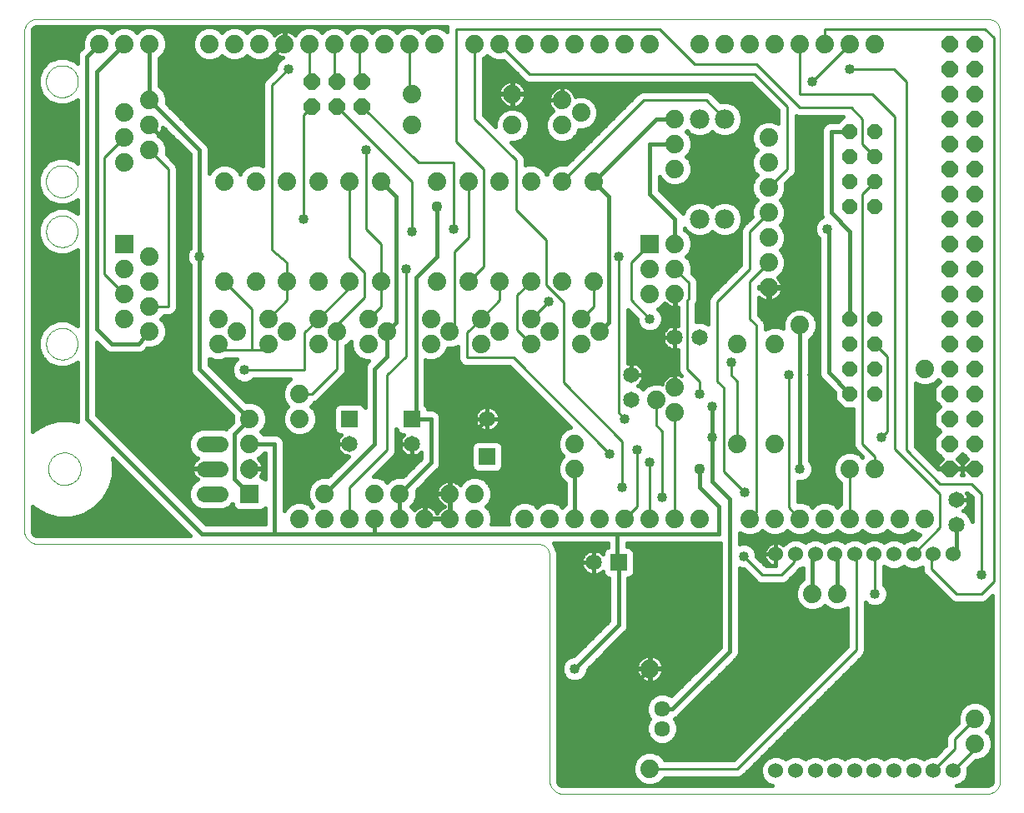
<source format=gbl>
G75*
G70*
%OFA0B0*%
%FSLAX24Y24*%
%IPPOS*%
%LPD*%
%AMOC8*
5,1,8,0,0,1.08239X$1,22.5*
%
%ADD10C,0.0000*%
%ADD11C,0.0740*%
%ADD12R,0.0740X0.0740*%
%ADD13C,0.0650*%
%ADD14OC8,0.0640*%
%ADD15OC8,0.0600*%
%ADD16C,0.0640*%
%ADD17C,0.0634*%
%ADD18C,0.0600*%
%ADD19R,0.0650X0.0650*%
%ADD20C,0.0780*%
%ADD21C,0.0100*%
%ADD22C,0.0150*%
%ADD23C,0.0436*%
%ADD24C,0.0400*%
D10*
X003392Y011175D02*
X023392Y011175D01*
X023436Y011173D01*
X023479Y011167D01*
X023521Y011158D01*
X023563Y011145D01*
X023603Y011128D01*
X023642Y011108D01*
X023679Y011085D01*
X023713Y011058D01*
X023746Y011029D01*
X023775Y010996D01*
X023802Y010962D01*
X023825Y010925D01*
X023845Y010886D01*
X023862Y010846D01*
X023875Y010804D01*
X023884Y010762D01*
X023890Y010719D01*
X023892Y010675D01*
X023892Y001675D01*
X023894Y001631D01*
X023900Y001588D01*
X023909Y001546D01*
X023922Y001504D01*
X023939Y001464D01*
X023959Y001425D01*
X023982Y001388D01*
X024009Y001354D01*
X024038Y001321D01*
X024071Y001292D01*
X024105Y001265D01*
X024142Y001242D01*
X024181Y001222D01*
X024221Y001205D01*
X024263Y001192D01*
X024305Y001183D01*
X024348Y001177D01*
X024392Y001175D01*
X041392Y001175D01*
X041436Y001177D01*
X041479Y001183D01*
X041521Y001192D01*
X041563Y001205D01*
X041603Y001222D01*
X041642Y001242D01*
X041679Y001265D01*
X041713Y001292D01*
X041746Y001321D01*
X041775Y001354D01*
X041802Y001388D01*
X041825Y001425D01*
X041845Y001464D01*
X041862Y001504D01*
X041875Y001546D01*
X041884Y001588D01*
X041890Y001631D01*
X041892Y001675D01*
X041892Y031675D01*
X041890Y031719D01*
X041884Y031762D01*
X041875Y031804D01*
X041862Y031846D01*
X041845Y031886D01*
X041825Y031925D01*
X041802Y031962D01*
X041775Y031996D01*
X041746Y032029D01*
X041713Y032058D01*
X041679Y032085D01*
X041642Y032108D01*
X041603Y032128D01*
X041563Y032145D01*
X041521Y032158D01*
X041479Y032167D01*
X041436Y032173D01*
X041392Y032175D01*
X003392Y032175D01*
X003348Y032173D01*
X003305Y032167D01*
X003263Y032158D01*
X003221Y032145D01*
X003181Y032128D01*
X003142Y032108D01*
X003105Y032085D01*
X003071Y032058D01*
X003038Y032029D01*
X003009Y031996D01*
X002982Y031962D01*
X002959Y031925D01*
X002939Y031886D01*
X002922Y031846D01*
X002909Y031804D01*
X002900Y031762D01*
X002894Y031719D01*
X002892Y031675D01*
X002892Y011675D01*
X002894Y011631D01*
X002900Y011588D01*
X002909Y011546D01*
X002922Y011504D01*
X002939Y011464D01*
X002959Y011425D01*
X002982Y011388D01*
X003009Y011354D01*
X003038Y011321D01*
X003071Y011292D01*
X003105Y011265D01*
X003142Y011242D01*
X003181Y011222D01*
X003221Y011205D01*
X003263Y011192D01*
X003305Y011183D01*
X003348Y011177D01*
X003392Y011175D01*
X003842Y014175D02*
X003844Y014225D01*
X003850Y014275D01*
X003860Y014325D01*
X003873Y014373D01*
X003890Y014421D01*
X003911Y014467D01*
X003935Y014511D01*
X003963Y014553D01*
X003994Y014593D01*
X004028Y014630D01*
X004065Y014665D01*
X004104Y014696D01*
X004145Y014725D01*
X004189Y014750D01*
X004235Y014772D01*
X004282Y014790D01*
X004330Y014804D01*
X004379Y014815D01*
X004429Y014822D01*
X004479Y014825D01*
X004530Y014824D01*
X004580Y014819D01*
X004630Y014810D01*
X004678Y014798D01*
X004726Y014781D01*
X004772Y014761D01*
X004817Y014738D01*
X004860Y014711D01*
X004900Y014681D01*
X004938Y014648D01*
X004973Y014612D01*
X005006Y014573D01*
X005035Y014532D01*
X005061Y014489D01*
X005084Y014444D01*
X005103Y014397D01*
X005118Y014349D01*
X005130Y014300D01*
X005138Y014250D01*
X005142Y014200D01*
X005142Y014150D01*
X005138Y014100D01*
X005130Y014050D01*
X005118Y014001D01*
X005103Y013953D01*
X005084Y013906D01*
X005061Y013861D01*
X005035Y013818D01*
X005006Y013777D01*
X004973Y013738D01*
X004938Y013702D01*
X004900Y013669D01*
X004860Y013639D01*
X004817Y013612D01*
X004772Y013589D01*
X004726Y013569D01*
X004678Y013552D01*
X004630Y013540D01*
X004580Y013531D01*
X004530Y013526D01*
X004479Y013525D01*
X004429Y013528D01*
X004379Y013535D01*
X004330Y013546D01*
X004282Y013560D01*
X004235Y013578D01*
X004189Y013600D01*
X004145Y013625D01*
X004104Y013654D01*
X004065Y013685D01*
X004028Y013720D01*
X003994Y013757D01*
X003963Y013797D01*
X003935Y013839D01*
X003911Y013883D01*
X003890Y013929D01*
X003873Y013977D01*
X003860Y014025D01*
X003850Y014075D01*
X003844Y014125D01*
X003842Y014175D01*
X003762Y019175D02*
X003764Y019225D01*
X003770Y019275D01*
X003780Y019324D01*
X003794Y019372D01*
X003811Y019419D01*
X003832Y019464D01*
X003857Y019508D01*
X003885Y019549D01*
X003917Y019588D01*
X003951Y019625D01*
X003988Y019659D01*
X004028Y019689D01*
X004070Y019716D01*
X004114Y019740D01*
X004160Y019761D01*
X004207Y019777D01*
X004255Y019790D01*
X004305Y019799D01*
X004354Y019804D01*
X004405Y019805D01*
X004455Y019802D01*
X004504Y019795D01*
X004553Y019784D01*
X004601Y019769D01*
X004647Y019751D01*
X004692Y019729D01*
X004735Y019703D01*
X004776Y019674D01*
X004815Y019642D01*
X004851Y019607D01*
X004883Y019569D01*
X004913Y019529D01*
X004940Y019486D01*
X004963Y019442D01*
X004982Y019396D01*
X004998Y019348D01*
X005010Y019299D01*
X005018Y019250D01*
X005022Y019200D01*
X005022Y019150D01*
X005018Y019100D01*
X005010Y019051D01*
X004998Y019002D01*
X004982Y018954D01*
X004963Y018908D01*
X004940Y018864D01*
X004913Y018821D01*
X004883Y018781D01*
X004851Y018743D01*
X004815Y018708D01*
X004776Y018676D01*
X004735Y018647D01*
X004692Y018621D01*
X004647Y018599D01*
X004601Y018581D01*
X004553Y018566D01*
X004504Y018555D01*
X004455Y018548D01*
X004405Y018545D01*
X004354Y018546D01*
X004305Y018551D01*
X004255Y018560D01*
X004207Y018573D01*
X004160Y018589D01*
X004114Y018610D01*
X004070Y018634D01*
X004028Y018661D01*
X003988Y018691D01*
X003951Y018725D01*
X003917Y018762D01*
X003885Y018801D01*
X003857Y018842D01*
X003832Y018886D01*
X003811Y018931D01*
X003794Y018978D01*
X003780Y019026D01*
X003770Y019075D01*
X003764Y019125D01*
X003762Y019175D01*
X003762Y023675D02*
X003764Y023725D01*
X003770Y023775D01*
X003780Y023824D01*
X003794Y023872D01*
X003811Y023919D01*
X003832Y023964D01*
X003857Y024008D01*
X003885Y024049D01*
X003917Y024088D01*
X003951Y024125D01*
X003988Y024159D01*
X004028Y024189D01*
X004070Y024216D01*
X004114Y024240D01*
X004160Y024261D01*
X004207Y024277D01*
X004255Y024290D01*
X004305Y024299D01*
X004354Y024304D01*
X004405Y024305D01*
X004455Y024302D01*
X004504Y024295D01*
X004553Y024284D01*
X004601Y024269D01*
X004647Y024251D01*
X004692Y024229D01*
X004735Y024203D01*
X004776Y024174D01*
X004815Y024142D01*
X004851Y024107D01*
X004883Y024069D01*
X004913Y024029D01*
X004940Y023986D01*
X004963Y023942D01*
X004982Y023896D01*
X004998Y023848D01*
X005010Y023799D01*
X005018Y023750D01*
X005022Y023700D01*
X005022Y023650D01*
X005018Y023600D01*
X005010Y023551D01*
X004998Y023502D01*
X004982Y023454D01*
X004963Y023408D01*
X004940Y023364D01*
X004913Y023321D01*
X004883Y023281D01*
X004851Y023243D01*
X004815Y023208D01*
X004776Y023176D01*
X004735Y023147D01*
X004692Y023121D01*
X004647Y023099D01*
X004601Y023081D01*
X004553Y023066D01*
X004504Y023055D01*
X004455Y023048D01*
X004405Y023045D01*
X004354Y023046D01*
X004305Y023051D01*
X004255Y023060D01*
X004207Y023073D01*
X004160Y023089D01*
X004114Y023110D01*
X004070Y023134D01*
X004028Y023161D01*
X003988Y023191D01*
X003951Y023225D01*
X003917Y023262D01*
X003885Y023301D01*
X003857Y023342D01*
X003832Y023386D01*
X003811Y023431D01*
X003794Y023478D01*
X003780Y023526D01*
X003770Y023575D01*
X003764Y023625D01*
X003762Y023675D01*
X003752Y025675D02*
X003754Y025725D01*
X003760Y025775D01*
X003770Y025824D01*
X003783Y025873D01*
X003801Y025920D01*
X003822Y025966D01*
X003846Y026009D01*
X003874Y026051D01*
X003905Y026091D01*
X003939Y026128D01*
X003976Y026162D01*
X004016Y026193D01*
X004058Y026221D01*
X004101Y026245D01*
X004147Y026266D01*
X004194Y026284D01*
X004243Y026297D01*
X004292Y026307D01*
X004342Y026313D01*
X004392Y026315D01*
X004442Y026313D01*
X004492Y026307D01*
X004541Y026297D01*
X004590Y026284D01*
X004637Y026266D01*
X004683Y026245D01*
X004726Y026221D01*
X004768Y026193D01*
X004808Y026162D01*
X004845Y026128D01*
X004879Y026091D01*
X004910Y026051D01*
X004938Y026009D01*
X004962Y025966D01*
X004983Y025920D01*
X005001Y025873D01*
X005014Y025824D01*
X005024Y025775D01*
X005030Y025725D01*
X005032Y025675D01*
X005030Y025625D01*
X005024Y025575D01*
X005014Y025526D01*
X005001Y025477D01*
X004983Y025430D01*
X004962Y025384D01*
X004938Y025341D01*
X004910Y025299D01*
X004879Y025259D01*
X004845Y025222D01*
X004808Y025188D01*
X004768Y025157D01*
X004726Y025129D01*
X004683Y025105D01*
X004637Y025084D01*
X004590Y025066D01*
X004541Y025053D01*
X004492Y025043D01*
X004442Y025037D01*
X004392Y025035D01*
X004342Y025037D01*
X004292Y025043D01*
X004243Y025053D01*
X004194Y025066D01*
X004147Y025084D01*
X004101Y025105D01*
X004058Y025129D01*
X004016Y025157D01*
X003976Y025188D01*
X003939Y025222D01*
X003905Y025259D01*
X003874Y025299D01*
X003846Y025341D01*
X003822Y025384D01*
X003801Y025430D01*
X003783Y025477D01*
X003770Y025526D01*
X003760Y025575D01*
X003754Y025625D01*
X003752Y025675D01*
X003752Y029675D02*
X003754Y029725D01*
X003760Y029775D01*
X003770Y029824D01*
X003783Y029873D01*
X003801Y029920D01*
X003822Y029966D01*
X003846Y030009D01*
X003874Y030051D01*
X003905Y030091D01*
X003939Y030128D01*
X003976Y030162D01*
X004016Y030193D01*
X004058Y030221D01*
X004101Y030245D01*
X004147Y030266D01*
X004194Y030284D01*
X004243Y030297D01*
X004292Y030307D01*
X004342Y030313D01*
X004392Y030315D01*
X004442Y030313D01*
X004492Y030307D01*
X004541Y030297D01*
X004590Y030284D01*
X004637Y030266D01*
X004683Y030245D01*
X004726Y030221D01*
X004768Y030193D01*
X004808Y030162D01*
X004845Y030128D01*
X004879Y030091D01*
X004910Y030051D01*
X004938Y030009D01*
X004962Y029966D01*
X004983Y029920D01*
X005001Y029873D01*
X005014Y029824D01*
X005024Y029775D01*
X005030Y029725D01*
X005032Y029675D01*
X005030Y029625D01*
X005024Y029575D01*
X005014Y029526D01*
X005001Y029477D01*
X004983Y029430D01*
X004962Y029384D01*
X004938Y029341D01*
X004910Y029299D01*
X004879Y029259D01*
X004845Y029222D01*
X004808Y029188D01*
X004768Y029157D01*
X004726Y029129D01*
X004683Y029105D01*
X004637Y029084D01*
X004590Y029066D01*
X004541Y029053D01*
X004492Y029043D01*
X004442Y029037D01*
X004392Y029035D01*
X004342Y029037D01*
X004292Y029043D01*
X004243Y029053D01*
X004194Y029066D01*
X004147Y029084D01*
X004101Y029105D01*
X004058Y029129D01*
X004016Y029157D01*
X003976Y029188D01*
X003939Y029222D01*
X003905Y029259D01*
X003874Y029299D01*
X003846Y029341D01*
X003822Y029384D01*
X003801Y029430D01*
X003783Y029477D01*
X003770Y029526D01*
X003760Y029575D01*
X003754Y029625D01*
X003752Y029675D01*
D11*
X005892Y031175D03*
X006892Y031175D03*
X007892Y031175D03*
X010292Y031175D03*
X011292Y031175D03*
X012292Y031175D03*
X013292Y031175D03*
X014292Y031175D03*
X015292Y031175D03*
X016292Y031175D03*
X017292Y031175D03*
X018292Y031175D03*
X019292Y031175D03*
X020892Y031175D03*
X021892Y031175D03*
X022892Y031175D03*
X023892Y031175D03*
X024892Y031175D03*
X025892Y031175D03*
X026892Y031175D03*
X027892Y031175D03*
X029892Y031175D03*
X030892Y031175D03*
X031892Y031175D03*
X032892Y031175D03*
X033892Y031175D03*
X034892Y031175D03*
X035892Y031175D03*
X036892Y031175D03*
X032642Y027425D03*
X032642Y026425D03*
X032642Y025425D03*
X032642Y024425D03*
X032642Y023425D03*
X032642Y022425D03*
X032642Y021425D03*
X033892Y019925D03*
X032892Y019175D03*
X031392Y019175D03*
X028892Y017425D03*
X028142Y016925D03*
X028892Y016425D03*
X031392Y015175D03*
X032892Y015175D03*
X035892Y014175D03*
X036892Y014175D03*
X036892Y012175D03*
X037892Y012175D03*
X038892Y012175D03*
X035892Y012175D03*
X034892Y012175D03*
X033892Y012175D03*
X032892Y012175D03*
X031892Y012175D03*
X029892Y012175D03*
X028892Y012175D03*
X027892Y012175D03*
X026892Y012175D03*
X025892Y012175D03*
X024892Y012175D03*
X023892Y012175D03*
X022892Y012175D03*
X020892Y012175D03*
X019892Y012175D03*
X019892Y013175D03*
X020892Y013175D03*
X018892Y012175D03*
X017892Y012175D03*
X016892Y012175D03*
X016892Y013175D03*
X017892Y013175D03*
X015892Y012175D03*
X014892Y012175D03*
X013892Y012175D03*
X014892Y013175D03*
X011892Y014175D03*
X011892Y015175D03*
X011892Y016175D03*
X013892Y016175D03*
X013892Y017175D03*
X014642Y019175D03*
X015392Y019675D03*
X014642Y020175D03*
X013392Y019675D03*
X012642Y020175D03*
X012642Y019175D03*
X011392Y019675D03*
X010642Y020175D03*
X010642Y019175D03*
X007892Y019675D03*
X007892Y020675D03*
X007892Y021675D03*
X007892Y022675D03*
X006892Y022175D03*
X006892Y021175D03*
X006892Y020175D03*
X010892Y021675D03*
X012142Y021675D03*
X013392Y021675D03*
X014642Y021675D03*
X015892Y021675D03*
X017142Y021675D03*
X016642Y020175D03*
X017392Y019675D03*
X016642Y019175D03*
X019142Y019175D03*
X019892Y019675D03*
X019142Y020175D03*
X019392Y021675D03*
X020642Y021675D03*
X021892Y021675D03*
X023142Y021675D03*
X024392Y021675D03*
X025642Y021675D03*
X025142Y020175D03*
X025892Y019675D03*
X025142Y019175D03*
X023892Y019675D03*
X023142Y020175D03*
X023142Y019175D03*
X021892Y019675D03*
X021142Y020175D03*
X021142Y019175D03*
X024892Y015175D03*
X024892Y014175D03*
X027892Y021175D03*
X028892Y021175D03*
X028892Y022175D03*
X027892Y022175D03*
X028892Y023175D03*
X025642Y025675D03*
X024392Y025675D03*
X023142Y025675D03*
X021892Y025675D03*
X020642Y025675D03*
X019392Y025675D03*
X017142Y025675D03*
X015892Y025675D03*
X014642Y025675D03*
X013392Y025675D03*
X012142Y025675D03*
X010892Y025675D03*
X007892Y026925D03*
X007892Y027925D03*
X007892Y028925D03*
X006892Y028425D03*
X006892Y027425D03*
X006892Y026425D03*
X018392Y027925D03*
X018392Y029175D03*
X022392Y029175D03*
X022392Y027925D03*
X024392Y027925D03*
X025142Y028425D03*
X024392Y028925D03*
X028892Y028175D03*
X028892Y027175D03*
X028892Y026175D03*
X038892Y018175D03*
X035392Y009175D03*
X034392Y009175D03*
X027892Y006175D03*
X027892Y002175D03*
X040892Y003175D03*
X040892Y004175D03*
D12*
X027892Y023175D03*
X011892Y013175D03*
X006892Y023175D03*
D13*
X015892Y015175D03*
X018392Y015175D03*
X021392Y016175D03*
X027142Y016925D03*
X027142Y017925D03*
X028892Y019425D03*
X029892Y019425D03*
X040142Y012925D03*
X040142Y011925D03*
X025642Y010425D03*
D14*
X039892Y014175D03*
X040892Y014175D03*
X040892Y015175D03*
X039892Y015175D03*
X039892Y016175D03*
X040892Y016175D03*
X040892Y017175D03*
X039892Y017175D03*
X039892Y018175D03*
X040892Y018175D03*
X040892Y019175D03*
X039892Y019175D03*
X039892Y020175D03*
X040892Y020175D03*
X040892Y021175D03*
X039892Y021175D03*
X039892Y022175D03*
X040892Y022175D03*
X040892Y023175D03*
X039892Y023175D03*
X039892Y024175D03*
X040892Y024175D03*
X040892Y025175D03*
X039892Y025175D03*
X039892Y026175D03*
X040892Y026175D03*
X040892Y027175D03*
X039892Y027175D03*
X039892Y028175D03*
X040892Y028175D03*
X040892Y029175D03*
X039892Y029175D03*
X039892Y030175D03*
X040892Y030175D03*
X040892Y031175D03*
X039892Y031175D03*
X016392Y029675D03*
X015392Y029675D03*
X014392Y029675D03*
X014392Y028675D03*
X015392Y028675D03*
X016392Y028675D03*
D15*
X035892Y027675D03*
X036892Y027675D03*
X036892Y026675D03*
X035892Y026675D03*
X035892Y025675D03*
X036892Y025675D03*
X036892Y024675D03*
X035892Y024675D03*
X035892Y020175D03*
X036892Y020175D03*
X036892Y019175D03*
X035892Y019175D03*
X035892Y018175D03*
X036892Y018175D03*
X036892Y017175D03*
X035892Y017175D03*
D16*
X010712Y015175D02*
X010072Y015175D01*
X010072Y014175D02*
X010712Y014175D01*
X010712Y013175D02*
X010072Y013175D01*
D17*
X028392Y004569D03*
X028392Y003781D03*
D18*
X032929Y002094D03*
X033717Y002094D03*
X034504Y002094D03*
X035292Y002094D03*
X036079Y002094D03*
X036866Y002094D03*
X037654Y002094D03*
X038441Y002094D03*
X039229Y002094D03*
X040016Y002094D03*
X040016Y010756D03*
X039229Y010756D03*
X038441Y010756D03*
X037654Y010756D03*
X036866Y010756D03*
X036079Y010756D03*
X035292Y010756D03*
X034504Y010756D03*
X033717Y010756D03*
X032929Y010756D03*
D19*
X026642Y010425D03*
X021392Y014675D03*
X018392Y016175D03*
X015892Y016175D03*
D20*
X029892Y024175D03*
X030892Y024175D03*
X030892Y028175D03*
X029892Y028175D03*
D21*
X030142Y028925D02*
X027642Y028925D01*
X024392Y025675D01*
X022542Y026525D02*
X022542Y024525D01*
X023742Y023325D01*
X023742Y021525D01*
X024442Y020825D01*
X024442Y017625D01*
X026792Y015275D01*
X026792Y013425D01*
X027392Y012675D02*
X027392Y014925D01*
X027892Y014425D02*
X027892Y012175D01*
X027392Y012675D02*
X026892Y012175D01*
X028392Y013025D02*
X028392Y015675D01*
X028142Y015925D01*
X028142Y016925D01*
X028892Y016425D02*
X028892Y012175D01*
X030842Y014075D02*
X030842Y017425D01*
X030592Y017675D01*
X030592Y020875D01*
X031892Y022175D01*
X031892Y023675D01*
X032642Y024425D01*
X032642Y025425D02*
X033392Y026175D01*
X033392Y028675D01*
X032092Y029975D01*
X023092Y029975D01*
X021892Y031175D01*
X020892Y031175D02*
X020892Y028175D01*
X022542Y026525D01*
X021242Y026175D02*
X021242Y022275D01*
X020642Y021675D01*
X021892Y021675D02*
X021892Y020925D01*
X021142Y020175D01*
X020592Y019625D01*
X020592Y018625D01*
X022442Y018625D01*
X026292Y014775D01*
X026892Y016175D02*
X026642Y016425D01*
X026642Y022675D01*
X027142Y022425D02*
X027892Y023175D01*
X027142Y022425D02*
X027142Y020925D01*
X027892Y020175D01*
X029392Y020925D02*
X029442Y020975D01*
X029442Y021625D01*
X028892Y022175D01*
X029392Y020925D02*
X029392Y018175D01*
X029892Y017675D01*
X029892Y017175D01*
X031142Y017925D02*
X031392Y017675D01*
X031392Y015175D01*
X030842Y014075D02*
X031692Y013225D01*
X032142Y012425D02*
X032142Y019925D01*
X031892Y020175D01*
X031892Y021675D01*
X032642Y022425D01*
X036392Y025175D02*
X036392Y015175D01*
X036892Y014675D01*
X036892Y014175D01*
X035892Y014175D02*
X035892Y012175D01*
X036079Y010756D02*
X036142Y010675D01*
X036142Y006925D01*
X031392Y002175D01*
X027892Y002175D01*
X036892Y009175D02*
X036892Y010725D01*
X036866Y010756D01*
X038441Y010756D02*
X038442Y010775D01*
X039492Y011825D01*
X039492Y013175D01*
X037692Y014975D01*
X037692Y028275D01*
X036792Y029175D01*
X033892Y029175D01*
X033892Y031175D01*
X034892Y031175D02*
X034892Y031775D01*
X041292Y031775D01*
X041642Y031425D01*
X041642Y009675D01*
X041142Y009175D01*
X040142Y009175D01*
X039142Y010175D01*
X039142Y010675D01*
X039229Y010756D01*
X041142Y009925D02*
X041142Y013175D01*
X040742Y013575D01*
X039492Y013575D01*
X038142Y014925D01*
X038142Y029675D01*
X037642Y030175D01*
X035892Y030175D01*
X035892Y031175D02*
X034392Y029675D01*
X033892Y028625D02*
X032142Y030375D01*
X029692Y030375D01*
X028292Y031775D01*
X020142Y031775D01*
X020142Y027275D01*
X021242Y026175D01*
X020642Y025675D02*
X020642Y023425D01*
X020092Y022875D01*
X020092Y019875D01*
X019892Y019675D01*
X018142Y018675D02*
X018142Y022175D01*
X017142Y021675D02*
X017142Y023175D01*
X016542Y023775D01*
X016542Y026925D01*
X015892Y025675D02*
X015892Y022625D01*
X016492Y022025D01*
X016492Y021025D01*
X015392Y019925D01*
X015392Y019675D01*
X015392Y018175D01*
X014392Y017175D01*
X013892Y017175D01*
X014092Y018125D02*
X014092Y019625D01*
X014642Y020175D01*
X015892Y021425D01*
X015892Y021675D01*
X017142Y021675D02*
X017142Y020675D01*
X016642Y020175D01*
X018142Y018675D02*
X017392Y017925D01*
X017392Y014925D01*
X015892Y013425D01*
X015892Y012175D01*
X014092Y018125D02*
X011692Y018125D01*
X011992Y018925D02*
X010892Y018925D01*
X010642Y019175D01*
X011992Y018925D02*
X011992Y020575D01*
X010892Y021675D01*
X012792Y022925D02*
X013392Y022425D01*
X013392Y021675D01*
X013392Y020925D01*
X012642Y020175D01*
X012642Y019175D02*
X012392Y018925D01*
X011992Y018925D01*
X008642Y020675D02*
X008642Y026175D01*
X007892Y026925D01*
X006892Y027425D02*
X006092Y026625D01*
X006092Y021975D01*
X006892Y021175D01*
X007892Y020675D02*
X008642Y020675D01*
X012792Y022925D02*
X012792Y029525D01*
X013442Y030175D01*
X014292Y029775D02*
X014392Y029675D01*
X014292Y029775D02*
X014292Y031175D01*
X015292Y031175D02*
X015292Y029775D01*
X015392Y029675D01*
X016292Y029775D02*
X016392Y029675D01*
X016292Y029775D02*
X016292Y031175D01*
X018292Y031175D02*
X018292Y029275D01*
X018392Y029175D01*
X016392Y028675D02*
X018642Y026425D01*
X020042Y026425D01*
X020042Y023775D01*
X018392Y023675D02*
X018392Y025675D01*
X015392Y028675D01*
X014392Y028675D02*
X014042Y028325D01*
X014042Y024175D01*
X022592Y021125D02*
X022592Y019725D01*
X023142Y019175D01*
X023142Y020175D02*
X023842Y020875D01*
X023142Y021675D02*
X022592Y021125D01*
X025142Y020175D02*
X025642Y020675D01*
X025642Y021675D01*
X031142Y018425D02*
X031142Y017925D01*
X033442Y017925D02*
X033442Y012625D01*
X033892Y012175D01*
X033717Y010756D02*
X033642Y010675D01*
X033642Y010425D01*
X033142Y009925D01*
X032392Y009925D01*
X031642Y010675D01*
X031892Y012175D02*
X032142Y012425D01*
X037142Y015425D02*
X037392Y015675D01*
X037392Y018675D01*
X036892Y019175D01*
X036392Y025175D02*
X036892Y025675D01*
X036892Y026675D02*
X036392Y027175D01*
X036392Y028175D01*
X035942Y028625D01*
X033892Y028625D01*
X030892Y028175D02*
X030142Y028925D01*
X040892Y004175D02*
X040092Y003375D01*
X040092Y002975D01*
X039242Y002125D01*
X039229Y002094D01*
X040016Y002094D02*
X040042Y002125D01*
X040892Y002975D01*
X040892Y003175D01*
D22*
X041361Y003675D02*
X041473Y003787D01*
X041577Y004039D01*
X041577Y004311D01*
X041473Y004563D01*
X041280Y004756D01*
X041028Y004860D01*
X040756Y004860D01*
X040504Y004756D01*
X040311Y004563D01*
X040207Y004311D01*
X040207Y004039D01*
X040217Y004016D01*
X039783Y003582D01*
X039727Y003448D01*
X039727Y003126D01*
X039310Y002709D01*
X039106Y002709D01*
X038880Y002616D01*
X038835Y002570D01*
X038790Y002616D01*
X038564Y002709D01*
X038319Y002709D01*
X038093Y002616D01*
X038047Y002570D01*
X038002Y002616D01*
X037776Y002709D01*
X037531Y002709D01*
X037305Y002616D01*
X037260Y002570D01*
X037215Y002616D01*
X036989Y002709D01*
X036744Y002709D01*
X036518Y002616D01*
X036473Y002570D01*
X036427Y002616D01*
X036201Y002709D01*
X035957Y002709D01*
X035731Y002616D01*
X035685Y002570D01*
X035640Y002616D01*
X035414Y002709D01*
X035169Y002709D01*
X034943Y002616D01*
X034898Y002570D01*
X034853Y002616D01*
X034627Y002709D01*
X034382Y002709D01*
X034156Y002616D01*
X034110Y002570D01*
X034065Y002616D01*
X033839Y002709D01*
X033594Y002709D01*
X033368Y002616D01*
X033323Y002570D01*
X033278Y002616D01*
X033052Y002709D01*
X032807Y002709D01*
X032581Y002616D01*
X032408Y002443D01*
X032314Y002217D01*
X032314Y001972D01*
X032408Y001746D01*
X032581Y001573D01*
X032781Y001490D01*
X024392Y001490D01*
X024356Y001494D01*
X024289Y001521D01*
X024238Y001572D01*
X024211Y001639D01*
X024207Y001675D01*
X024207Y010837D01*
X024083Y011137D01*
X024035Y011185D01*
X026202Y011185D01*
X026202Y011043D01*
X026139Y011017D01*
X026050Y010928D01*
X026002Y010813D01*
X026002Y010772D01*
X025968Y010806D01*
X025904Y010853D01*
X025834Y010888D01*
X025759Y010913D01*
X025681Y010925D01*
X025642Y010925D01*
X025642Y010425D01*
X025642Y009925D01*
X025681Y009925D01*
X025759Y009937D01*
X025834Y009962D01*
X025904Y009997D01*
X025968Y010044D01*
X026002Y010078D01*
X026002Y010037D01*
X026050Y009922D01*
X026139Y009833D01*
X026252Y009786D01*
X026252Y008087D01*
X024855Y006690D01*
X024790Y006690D01*
X024600Y006612D01*
X024455Y006467D01*
X024377Y006277D01*
X024377Y006073D01*
X024455Y005883D01*
X024600Y005738D01*
X024790Y005660D01*
X024994Y005660D01*
X025184Y005738D01*
X025329Y005883D01*
X025407Y006073D01*
X025407Y006138D01*
X026863Y007594D01*
X026973Y007704D01*
X027032Y007847D01*
X027032Y009786D01*
X027145Y009833D01*
X027234Y009922D01*
X027282Y010037D01*
X027282Y010813D01*
X027234Y010928D01*
X027145Y011017D01*
X027030Y011065D01*
X026982Y011065D01*
X026982Y011185D01*
X030702Y011185D01*
X030702Y007037D01*
X028760Y005094D01*
X028750Y005104D01*
X028518Y005201D01*
X028266Y005201D01*
X028034Y005104D01*
X027856Y004927D01*
X027760Y004694D01*
X027760Y004443D01*
X027856Y004211D01*
X027892Y004175D01*
X027856Y004139D01*
X027760Y003907D01*
X027760Y003656D01*
X027856Y003423D01*
X028034Y003246D01*
X028266Y003149D01*
X028518Y003149D01*
X028750Y003246D01*
X028928Y003423D01*
X029024Y003656D01*
X029024Y003907D01*
X028928Y004139D01*
X028892Y004175D01*
X028925Y004208D01*
X029013Y004244D01*
X029123Y004354D01*
X031313Y006544D01*
X031423Y006654D01*
X031482Y006797D01*
X031482Y010184D01*
X031540Y010160D01*
X031641Y010160D01*
X032083Y009718D01*
X032185Y009616D01*
X032319Y009560D01*
X033215Y009560D01*
X033349Y009616D01*
X033849Y010116D01*
X033898Y010165D01*
X034002Y010208D01*
X034002Y009754D01*
X033811Y009563D01*
X033707Y009311D01*
X033707Y009039D01*
X033811Y008787D01*
X034004Y008594D01*
X034256Y008490D01*
X034528Y008490D01*
X034780Y008594D01*
X034892Y008706D01*
X035004Y008594D01*
X035256Y008490D01*
X035528Y008490D01*
X035777Y008593D01*
X035777Y007076D01*
X031241Y002540D01*
X028482Y002540D01*
X028473Y002563D01*
X028280Y002756D01*
X028028Y002860D01*
X027756Y002860D01*
X027504Y002756D01*
X027311Y002563D01*
X027207Y002311D01*
X027207Y002039D01*
X027311Y001787D01*
X027504Y001594D01*
X027756Y001490D01*
X028028Y001490D01*
X028280Y001594D01*
X028473Y001787D01*
X028482Y001810D01*
X031465Y001810D01*
X031599Y001866D01*
X031701Y001968D01*
X036349Y006616D01*
X036451Y006718D01*
X036507Y006852D01*
X036507Y008832D01*
X036600Y008738D01*
X036790Y008660D01*
X036994Y008660D01*
X037184Y008738D01*
X037329Y008883D01*
X037407Y009073D01*
X037407Y009277D01*
X037329Y009467D01*
X037257Y009538D01*
X037257Y010277D01*
X037260Y010280D01*
X037305Y010234D01*
X037531Y010141D01*
X037776Y010141D01*
X038002Y010234D01*
X038047Y010280D01*
X038093Y010234D01*
X038319Y010141D01*
X038564Y010141D01*
X038777Y010229D01*
X038777Y010102D01*
X038833Y009968D01*
X038935Y009866D01*
X039935Y008866D01*
X040069Y008810D01*
X041215Y008810D01*
X041349Y008866D01*
X041451Y008968D01*
X041577Y009094D01*
X041577Y001675D01*
X041573Y001639D01*
X041546Y001572D01*
X041495Y001521D01*
X041428Y001494D01*
X041392Y001490D01*
X040164Y001490D01*
X040364Y001573D01*
X040537Y001746D01*
X040631Y001972D01*
X040631Y002198D01*
X040923Y002490D01*
X041028Y002490D01*
X041280Y002594D01*
X041473Y002787D01*
X041577Y003039D01*
X041577Y003311D01*
X041473Y003563D01*
X041361Y003675D01*
X041385Y003700D02*
X041577Y003700D01*
X041577Y003848D02*
X041498Y003848D01*
X041559Y003997D02*
X041577Y003997D01*
X041577Y004145D02*
X041577Y004145D01*
X041577Y004294D02*
X041577Y004294D01*
X041577Y004442D02*
X041523Y004442D01*
X041577Y004591D02*
X041445Y004591D01*
X041577Y004739D02*
X041297Y004739D01*
X041577Y004888D02*
X034621Y004888D01*
X034769Y005036D02*
X041577Y005036D01*
X041577Y005185D02*
X034918Y005185D01*
X035066Y005333D02*
X041577Y005333D01*
X041577Y005482D02*
X035215Y005482D01*
X035363Y005630D02*
X041577Y005630D01*
X041577Y005779D02*
X035512Y005779D01*
X035660Y005927D02*
X041577Y005927D01*
X041577Y006076D02*
X035809Y006076D01*
X035957Y006224D02*
X041577Y006224D01*
X041577Y006373D02*
X036106Y006373D01*
X036254Y006521D02*
X041577Y006521D01*
X041577Y006670D02*
X036403Y006670D01*
X036493Y006818D02*
X041577Y006818D01*
X041577Y006967D02*
X036507Y006967D01*
X036507Y007115D02*
X041577Y007115D01*
X041577Y007264D02*
X036507Y007264D01*
X036507Y007412D02*
X041577Y007412D01*
X041577Y007561D02*
X036507Y007561D01*
X036507Y007709D02*
X041577Y007709D01*
X041577Y007858D02*
X036507Y007858D01*
X036507Y008006D02*
X041577Y008006D01*
X041577Y008155D02*
X036507Y008155D01*
X036507Y008303D02*
X041577Y008303D01*
X041577Y008452D02*
X036507Y008452D01*
X036507Y008600D02*
X041577Y008600D01*
X041577Y008749D02*
X037194Y008749D01*
X037334Y008897D02*
X039904Y008897D01*
X039755Y009046D02*
X037396Y009046D01*
X037407Y009194D02*
X039607Y009194D01*
X039458Y009343D02*
X037380Y009343D01*
X037304Y009491D02*
X039310Y009491D01*
X039161Y009640D02*
X037257Y009640D01*
X037257Y009788D02*
X039013Y009788D01*
X038864Y009937D02*
X037257Y009937D01*
X037257Y010085D02*
X038784Y010085D01*
X038095Y010234D02*
X038000Y010234D01*
X037307Y010234D02*
X037257Y010234D01*
X037260Y011232D02*
X037215Y011277D01*
X036989Y011371D01*
X036744Y011371D01*
X036518Y011277D01*
X036473Y011232D01*
X036427Y011277D01*
X036201Y011371D01*
X035957Y011371D01*
X035731Y011277D01*
X035685Y011232D01*
X035640Y011277D01*
X035414Y011371D01*
X035169Y011371D01*
X034943Y011277D01*
X034898Y011232D01*
X034853Y011277D01*
X034627Y011371D01*
X034382Y011371D01*
X034156Y011277D01*
X034110Y011232D01*
X034065Y011277D01*
X033839Y011371D01*
X033594Y011371D01*
X033368Y011277D01*
X033222Y011130D01*
X033178Y011162D01*
X033112Y011196D01*
X033041Y011219D01*
X032967Y011231D01*
X032933Y011231D01*
X032933Y010759D01*
X033102Y010759D01*
X033102Y010752D01*
X032933Y010752D01*
X032933Y010290D01*
X032926Y010290D01*
X032926Y010752D01*
X032933Y010752D01*
X032933Y010759D01*
X032926Y010759D01*
X032926Y010752D01*
X032454Y010752D01*
X032454Y010718D01*
X032466Y010644D01*
X032489Y010573D01*
X032523Y010507D01*
X032567Y010446D01*
X032620Y010393D01*
X032680Y010349D01*
X032747Y010316D01*
X032818Y010292D01*
X032833Y010290D01*
X032543Y010290D01*
X032157Y010676D01*
X032157Y010777D01*
X032079Y010967D01*
X031934Y011112D01*
X031744Y011190D01*
X031540Y011190D01*
X031482Y011166D01*
X031482Y011616D01*
X031504Y011594D01*
X031756Y011490D01*
X032028Y011490D01*
X032280Y011594D01*
X032392Y011706D01*
X032504Y011594D01*
X032756Y011490D01*
X033028Y011490D01*
X033280Y011594D01*
X033392Y011706D01*
X033504Y011594D01*
X033756Y011490D01*
X034028Y011490D01*
X034280Y011594D01*
X034392Y011706D01*
X034504Y011594D01*
X034756Y011490D01*
X035028Y011490D01*
X035280Y011594D01*
X035392Y011706D01*
X035504Y011594D01*
X035756Y011490D01*
X036028Y011490D01*
X036280Y011594D01*
X036392Y011706D01*
X036504Y011594D01*
X036756Y011490D01*
X037028Y011490D01*
X037280Y011594D01*
X037392Y011706D01*
X037504Y011594D01*
X037756Y011490D01*
X038028Y011490D01*
X038280Y011594D01*
X038392Y011706D01*
X038504Y011594D01*
X038674Y011524D01*
X038521Y011371D01*
X038319Y011371D01*
X038093Y011277D01*
X038047Y011232D01*
X038002Y011277D01*
X037776Y011371D01*
X037531Y011371D01*
X037305Y011277D01*
X037260Y011232D01*
X037219Y011273D02*
X037301Y011273D01*
X037221Y011570D02*
X037563Y011570D01*
X038006Y011273D02*
X038089Y011273D01*
X038221Y011570D02*
X038563Y011570D01*
X038572Y011422D02*
X031482Y011422D01*
X031482Y011570D02*
X031563Y011570D01*
X031482Y011273D02*
X033364Y011273D01*
X033221Y011570D02*
X033563Y011570D01*
X034069Y011273D02*
X034152Y011273D01*
X034221Y011570D02*
X034563Y011570D01*
X034857Y011273D02*
X034939Y011273D01*
X035221Y011570D02*
X035563Y011570D01*
X035644Y011273D02*
X035727Y011273D01*
X036221Y011570D02*
X036563Y011570D01*
X036514Y011273D02*
X036431Y011273D01*
X035392Y010675D02*
X035372Y010675D01*
X035292Y010756D01*
X035392Y010675D02*
X035392Y009175D01*
X034998Y008600D02*
X034786Y008600D01*
X034392Y009175D02*
X034392Y010675D01*
X034423Y010675D01*
X034504Y010756D01*
X034002Y010085D02*
X033818Y010085D01*
X033670Y009937D02*
X034002Y009937D01*
X034002Y009788D02*
X033521Y009788D01*
X033373Y009640D02*
X033888Y009640D01*
X033781Y009491D02*
X031482Y009491D01*
X031482Y009343D02*
X033720Y009343D01*
X033707Y009194D02*
X031482Y009194D01*
X031482Y009046D02*
X033707Y009046D01*
X033766Y008897D02*
X031482Y008897D01*
X031482Y008749D02*
X033850Y008749D01*
X033998Y008600D02*
X031482Y008600D01*
X031482Y008452D02*
X035777Y008452D01*
X035777Y008303D02*
X031482Y008303D01*
X031482Y008155D02*
X035777Y008155D01*
X035777Y008006D02*
X031482Y008006D01*
X031482Y007858D02*
X035777Y007858D01*
X035777Y007709D02*
X031482Y007709D01*
X031482Y007561D02*
X035777Y007561D01*
X035777Y007412D02*
X031482Y007412D01*
X031482Y007264D02*
X035777Y007264D01*
X035777Y007115D02*
X031482Y007115D01*
X031482Y006967D02*
X035667Y006967D01*
X035519Y006818D02*
X031482Y006818D01*
X031429Y006670D02*
X035370Y006670D01*
X035222Y006521D02*
X031290Y006521D01*
X031141Y006373D02*
X035073Y006373D01*
X034925Y006224D02*
X030993Y006224D01*
X030844Y006076D02*
X034776Y006076D01*
X034628Y005927D02*
X030696Y005927D01*
X030547Y005779D02*
X034479Y005779D01*
X034331Y005630D02*
X030399Y005630D01*
X030250Y005482D02*
X034182Y005482D01*
X034034Y005333D02*
X030102Y005333D01*
X029953Y005185D02*
X033885Y005185D01*
X033737Y005036D02*
X029805Y005036D01*
X029656Y004888D02*
X033588Y004888D01*
X033440Y004739D02*
X029508Y004739D01*
X029359Y004591D02*
X033291Y004591D01*
X033143Y004442D02*
X029211Y004442D01*
X029062Y004294D02*
X032994Y004294D01*
X032846Y004145D02*
X028922Y004145D01*
X028987Y003997D02*
X032697Y003997D01*
X032549Y003848D02*
X029024Y003848D01*
X029024Y003700D02*
X032400Y003700D01*
X032252Y003551D02*
X028980Y003551D01*
X028907Y003403D02*
X032103Y003403D01*
X031955Y003254D02*
X028758Y003254D01*
X028153Y002809D02*
X031509Y002809D01*
X031658Y002957D02*
X024207Y002957D01*
X024207Y002809D02*
X027631Y002809D01*
X027408Y002660D02*
X024207Y002660D01*
X024207Y002512D02*
X027290Y002512D01*
X027228Y002363D02*
X024207Y002363D01*
X024207Y002215D02*
X027207Y002215D01*
X027207Y002066D02*
X024207Y002066D01*
X024207Y001918D02*
X027257Y001918D01*
X027329Y001769D02*
X024207Y001769D01*
X024218Y001621D02*
X027478Y001621D01*
X028306Y001621D02*
X032533Y001621D01*
X032398Y001769D02*
X028455Y001769D01*
X028376Y002660D02*
X031361Y002660D01*
X031799Y002066D02*
X032314Y002066D01*
X032314Y002215D02*
X031948Y002215D01*
X032096Y002363D02*
X032375Y002363D01*
X032477Y002512D02*
X032245Y002512D01*
X032393Y002660D02*
X032688Y002660D01*
X032542Y002809D02*
X039409Y002809D01*
X039558Y002957D02*
X032690Y002957D01*
X032839Y003106D02*
X039706Y003106D01*
X039727Y003254D02*
X032987Y003254D01*
X033136Y003403D02*
X039727Y003403D01*
X039770Y003551D02*
X033284Y003551D01*
X033433Y003700D02*
X039900Y003700D01*
X040049Y003848D02*
X033581Y003848D01*
X033730Y003997D02*
X040197Y003997D01*
X040207Y004145D02*
X033878Y004145D01*
X034027Y004294D02*
X040207Y004294D01*
X040261Y004442D02*
X034175Y004442D01*
X034324Y004591D02*
X040339Y004591D01*
X040487Y004739D02*
X034472Y004739D01*
X035392Y005175D02*
X037392Y005175D01*
X039392Y005175D01*
X039392Y003175D01*
X037392Y003175D01*
X035392Y003175D01*
X033392Y003175D01*
X033475Y002660D02*
X033171Y002660D01*
X033958Y002660D02*
X034263Y002660D01*
X034745Y002660D02*
X035050Y002660D01*
X035533Y002660D02*
X035838Y002660D01*
X036320Y002660D02*
X036625Y002660D01*
X037108Y002660D02*
X037412Y002660D01*
X037895Y002660D02*
X038200Y002660D01*
X038683Y002660D02*
X038987Y002660D01*
X040412Y001621D02*
X041566Y001621D01*
X041577Y001769D02*
X040547Y001769D01*
X040608Y001918D02*
X041577Y001918D01*
X041577Y002066D02*
X040631Y002066D01*
X040648Y002215D02*
X041577Y002215D01*
X041577Y002363D02*
X040796Y002363D01*
X041080Y002512D02*
X041577Y002512D01*
X041577Y002660D02*
X041346Y002660D01*
X041482Y002809D02*
X041577Y002809D01*
X041577Y002957D02*
X041543Y002957D01*
X041577Y003106D02*
X041577Y003106D01*
X041577Y003254D02*
X041577Y003254D01*
X041577Y003403D02*
X041539Y003403D01*
X041577Y003551D02*
X041478Y003551D01*
X041392Y005175D02*
X039392Y005175D01*
X041392Y005175D02*
X041392Y007675D01*
X039892Y007675D01*
X037392Y007675D01*
X036590Y008749D02*
X036507Y008749D01*
X032933Y010382D02*
X032926Y010382D01*
X032926Y010531D02*
X032933Y010531D01*
X032926Y010679D02*
X032933Y010679D01*
X032926Y010759D02*
X032454Y010759D01*
X032454Y010793D01*
X032466Y010867D01*
X032489Y010938D01*
X032523Y011005D01*
X032567Y011065D01*
X032620Y011118D01*
X032680Y011162D01*
X032747Y011196D01*
X032818Y011219D01*
X032892Y011231D01*
X032926Y011231D01*
X032926Y010759D01*
X032926Y010828D02*
X032933Y010828D01*
X032926Y010976D02*
X032933Y010976D01*
X032926Y011125D02*
X032933Y011125D01*
X032629Y011125D02*
X031902Y011125D01*
X032069Y010976D02*
X032509Y010976D01*
X032460Y010828D02*
X032136Y010828D01*
X032157Y010679D02*
X032461Y010679D01*
X032511Y010531D02*
X032303Y010531D01*
X032451Y010382D02*
X032636Y010382D01*
X032013Y009788D02*
X031482Y009788D01*
X031482Y009640D02*
X032161Y009640D01*
X031864Y009937D02*
X031482Y009937D01*
X031482Y010085D02*
X031716Y010085D01*
X030702Y010085D02*
X027282Y010085D01*
X027282Y010234D02*
X030702Y010234D01*
X030702Y010382D02*
X027282Y010382D01*
X027282Y010531D02*
X030702Y010531D01*
X030702Y010679D02*
X027282Y010679D01*
X027276Y010828D02*
X030702Y010828D01*
X030702Y010976D02*
X027186Y010976D01*
X026982Y011125D02*
X030702Y011125D01*
X030642Y011575D02*
X030642Y012675D01*
X029892Y013425D01*
X029892Y014175D01*
X030392Y013675D02*
X031092Y012975D01*
X031092Y006875D01*
X028792Y004575D01*
X028392Y004575D01*
X028392Y004569D01*
X027760Y004591D02*
X024207Y004591D01*
X024207Y004739D02*
X027779Y004739D01*
X027840Y004888D02*
X024207Y004888D01*
X024207Y005036D02*
X027966Y005036D01*
X028228Y005185D02*
X024207Y005185D01*
X024207Y005333D02*
X028998Y005333D01*
X028850Y005185D02*
X028556Y005185D01*
X029147Y005482D02*
X024207Y005482D01*
X024207Y005630D02*
X027849Y005630D01*
X027867Y005630D01*
X027917Y005630D01*
X027935Y005630D01*
X029295Y005630D01*
X029444Y005779D02*
X028266Y005779D01*
X028247Y005759D02*
X028308Y005820D01*
X028358Y005889D01*
X028397Y005966D01*
X028424Y006047D01*
X028437Y006132D01*
X028437Y006150D01*
X027917Y006150D01*
X027917Y006200D01*
X028437Y006200D01*
X028437Y006218D01*
X028424Y006303D01*
X028397Y006384D01*
X028358Y006461D01*
X028308Y006530D01*
X028247Y006591D01*
X028178Y006641D01*
X028101Y006680D01*
X028020Y006707D01*
X027935Y006720D01*
X027917Y006720D01*
X027917Y006200D01*
X027867Y006200D01*
X027867Y006720D01*
X027849Y006720D01*
X027764Y006707D01*
X027683Y006680D01*
X027606Y006641D01*
X027537Y006591D01*
X027476Y006530D01*
X027426Y006461D01*
X027387Y006384D01*
X027360Y006303D01*
X027347Y006218D01*
X027347Y006200D01*
X027867Y006200D01*
X027867Y006150D01*
X027917Y006150D01*
X027917Y005630D01*
X027935Y005630D02*
X028020Y005643D01*
X028101Y005670D01*
X028178Y005709D01*
X028247Y005759D01*
X028377Y005927D02*
X029592Y005927D01*
X029741Y006076D02*
X028428Y006076D01*
X028436Y006224D02*
X029889Y006224D01*
X030038Y006373D02*
X028401Y006373D01*
X028314Y006521D02*
X030186Y006521D01*
X030335Y006670D02*
X028122Y006670D01*
X027917Y006670D02*
X027867Y006670D01*
X027867Y006521D02*
X027917Y006521D01*
X027917Y006373D02*
X027867Y006373D01*
X027867Y006224D02*
X027917Y006224D01*
X027892Y006175D02*
X027392Y005675D01*
X027392Y004175D01*
X027797Y003997D02*
X024207Y003997D01*
X024207Y004145D02*
X027862Y004145D01*
X027822Y004294D02*
X024207Y004294D01*
X024207Y004442D02*
X027761Y004442D01*
X027760Y003848D02*
X024207Y003848D01*
X024207Y003700D02*
X027760Y003700D01*
X027803Y003551D02*
X024207Y003551D01*
X024207Y003403D02*
X027877Y003403D01*
X028026Y003254D02*
X024207Y003254D01*
X024207Y003106D02*
X031806Y003106D01*
X031651Y001918D02*
X032337Y001918D01*
X027867Y005630D02*
X027867Y006150D01*
X027347Y006150D01*
X027347Y006132D01*
X027360Y006047D01*
X027387Y005966D01*
X027426Y005889D01*
X027476Y005820D01*
X027537Y005759D01*
X027606Y005709D01*
X027683Y005670D01*
X027764Y005643D01*
X027849Y005630D01*
X027867Y005779D02*
X027917Y005779D01*
X027917Y005927D02*
X027867Y005927D01*
X027867Y006076D02*
X027917Y006076D01*
X027518Y005779D02*
X025224Y005779D01*
X025347Y005927D02*
X027407Y005927D01*
X027356Y006076D02*
X025407Y006076D01*
X025493Y006224D02*
X027348Y006224D01*
X027383Y006373D02*
X025641Y006373D01*
X025790Y006521D02*
X027470Y006521D01*
X027662Y006670D02*
X025938Y006670D01*
X026087Y006818D02*
X030483Y006818D01*
X030632Y006967D02*
X026235Y006967D01*
X026384Y007115D02*
X030702Y007115D01*
X030702Y007264D02*
X026532Y007264D01*
X026681Y007412D02*
X030702Y007412D01*
X030702Y007561D02*
X026829Y007561D01*
X026975Y007709D02*
X030702Y007709D01*
X030702Y007858D02*
X027032Y007858D01*
X027032Y008006D02*
X030702Y008006D01*
X030702Y008155D02*
X027032Y008155D01*
X027032Y008303D02*
X030702Y008303D01*
X030702Y008452D02*
X027032Y008452D01*
X027032Y008600D02*
X030702Y008600D01*
X030702Y008749D02*
X027032Y008749D01*
X027032Y008897D02*
X030702Y008897D01*
X030702Y009046D02*
X027032Y009046D01*
X027032Y009194D02*
X030702Y009194D01*
X030702Y009343D02*
X027032Y009343D01*
X027032Y009491D02*
X030702Y009491D01*
X030702Y009640D02*
X027032Y009640D01*
X027037Y009788D02*
X030702Y009788D01*
X030702Y009937D02*
X027240Y009937D01*
X026642Y010425D02*
X026592Y010475D01*
X026592Y011575D01*
X030642Y011575D01*
X032221Y011570D02*
X032563Y011570D01*
X033807Y012860D02*
X033807Y013660D01*
X033994Y013660D01*
X034184Y013738D01*
X034329Y013883D01*
X034407Y014073D01*
X034407Y014277D01*
X034329Y014467D01*
X034282Y014513D01*
X034282Y019346D01*
X034473Y019537D01*
X034577Y019789D01*
X034577Y020061D01*
X034473Y020313D01*
X034280Y020506D01*
X034028Y020610D01*
X033756Y020610D01*
X033504Y020506D01*
X033311Y020313D01*
X033207Y020061D01*
X033207Y019789D01*
X033208Y019785D01*
X033028Y019860D01*
X032756Y019860D01*
X032507Y019757D01*
X032507Y019998D01*
X032451Y020132D01*
X032257Y020326D01*
X032257Y021039D01*
X032287Y021009D01*
X032356Y020959D01*
X032433Y020920D01*
X032514Y020893D01*
X032599Y020880D01*
X032617Y020880D01*
X032617Y021400D01*
X032667Y021400D01*
X032667Y021450D01*
X033187Y021450D01*
X033187Y021468D01*
X033174Y021553D01*
X033147Y021634D01*
X033108Y021711D01*
X033058Y021780D01*
X033004Y021834D01*
X033030Y021844D01*
X033223Y022037D01*
X033327Y022289D01*
X033327Y022561D01*
X033223Y022813D01*
X033111Y022925D01*
X033223Y023037D01*
X033327Y023289D01*
X033327Y023561D01*
X033223Y023813D01*
X033111Y023925D01*
X033223Y024037D01*
X033327Y024289D01*
X033327Y024561D01*
X033223Y024813D01*
X033111Y024925D01*
X033223Y025037D01*
X033327Y025289D01*
X033327Y025561D01*
X033317Y025584D01*
X033701Y025968D01*
X033757Y026102D01*
X033757Y028286D01*
X033819Y028260D01*
X035607Y028260D01*
X035412Y028065D01*
X035064Y028065D01*
X034921Y028006D01*
X034811Y027896D01*
X034752Y027753D01*
X034752Y024347D01*
X034792Y024250D01*
X034700Y024212D01*
X034555Y024067D01*
X034477Y023877D01*
X034477Y023673D01*
X034555Y023483D01*
X034652Y023387D01*
X034652Y017947D01*
X034711Y017804D01*
X034821Y017694D01*
X035277Y017238D01*
X035277Y016920D01*
X035637Y016560D01*
X036027Y016560D01*
X036027Y015102D01*
X036083Y014968D01*
X036400Y014651D01*
X036392Y014644D01*
X036280Y014756D01*
X036028Y014860D01*
X035756Y014860D01*
X035504Y014756D01*
X035311Y014563D01*
X035207Y014311D01*
X035207Y014039D01*
X035311Y013787D01*
X035504Y013594D01*
X035527Y013585D01*
X035527Y012765D01*
X035504Y012756D01*
X035392Y012644D01*
X035280Y012756D01*
X035028Y012860D01*
X034756Y012860D01*
X034504Y012756D01*
X034392Y012644D01*
X034280Y012756D01*
X034028Y012860D01*
X033807Y012860D01*
X033807Y012907D02*
X035527Y012907D01*
X035527Y013055D02*
X033807Y013055D01*
X033807Y013204D02*
X035527Y013204D01*
X035527Y013352D02*
X033807Y013352D01*
X033807Y013501D02*
X035527Y013501D01*
X035449Y013649D02*
X033807Y013649D01*
X034243Y013798D02*
X035307Y013798D01*
X035245Y013946D02*
X034355Y013946D01*
X034407Y014095D02*
X035207Y014095D01*
X035207Y014243D02*
X034407Y014243D01*
X034360Y014392D02*
X035240Y014392D01*
X035302Y014540D02*
X034282Y014540D01*
X034282Y014689D02*
X035437Y014689D01*
X035700Y014837D02*
X034282Y014837D01*
X034282Y014986D02*
X036075Y014986D01*
X036084Y014837D02*
X036214Y014837D01*
X036347Y014689D02*
X036362Y014689D01*
X036027Y015134D02*
X034282Y015134D01*
X034282Y015283D02*
X036027Y015283D01*
X036027Y015431D02*
X034282Y015431D01*
X034282Y015580D02*
X036027Y015580D01*
X036027Y015728D02*
X034282Y015728D01*
X034282Y015877D02*
X036027Y015877D01*
X036027Y016025D02*
X034282Y016025D01*
X034282Y016174D02*
X036027Y016174D01*
X036027Y016322D02*
X034282Y016322D01*
X034282Y016471D02*
X036027Y016471D01*
X035578Y016619D02*
X034282Y016619D01*
X034282Y016768D02*
X035430Y016768D01*
X035281Y016916D02*
X034282Y016916D01*
X034282Y017065D02*
X035277Y017065D01*
X035277Y017213D02*
X034282Y017213D01*
X034282Y017362D02*
X035154Y017362D01*
X035005Y017510D02*
X034282Y017510D01*
X034282Y017659D02*
X034857Y017659D01*
X034710Y017807D02*
X034282Y017807D01*
X034282Y017956D02*
X034652Y017956D01*
X034652Y018104D02*
X034282Y018104D01*
X034282Y018253D02*
X034652Y018253D01*
X034642Y018175D02*
X034392Y017925D01*
X034642Y018175D02*
X034642Y020925D01*
X034142Y021425D01*
X033892Y021425D01*
X033892Y024675D01*
X033327Y024490D02*
X034752Y024490D01*
X034752Y024638D02*
X033295Y024638D01*
X033234Y024787D02*
X034752Y024787D01*
X034752Y024935D02*
X033121Y024935D01*
X033242Y025084D02*
X034752Y025084D01*
X034752Y025232D02*
X033303Y025232D01*
X033327Y025381D02*
X034752Y025381D01*
X034752Y025529D02*
X033327Y025529D01*
X033411Y025678D02*
X034752Y025678D01*
X034752Y025826D02*
X033559Y025826D01*
X033704Y025975D02*
X034752Y025975D01*
X034752Y026123D02*
X033757Y026123D01*
X033757Y026272D02*
X034752Y026272D01*
X034752Y026420D02*
X033757Y026420D01*
X033757Y026569D02*
X034752Y026569D01*
X034752Y026717D02*
X033757Y026717D01*
X033757Y026866D02*
X034752Y026866D01*
X034752Y027014D02*
X033757Y027014D01*
X033757Y027163D02*
X034752Y027163D01*
X034752Y027311D02*
X033757Y027311D01*
X033757Y027460D02*
X034752Y027460D01*
X034752Y027608D02*
X033757Y027608D01*
X033757Y027757D02*
X034754Y027757D01*
X034820Y027905D02*
X033757Y027905D01*
X033757Y028054D02*
X035037Y028054D01*
X035549Y028202D02*
X033757Y028202D01*
X033027Y028202D02*
X031597Y028202D01*
X031597Y028315D02*
X031490Y028574D01*
X031291Y028773D01*
X031032Y028880D01*
X030752Y028880D01*
X030717Y028866D01*
X030451Y029132D01*
X030349Y029234D01*
X030215Y029290D01*
X027569Y029290D01*
X027435Y029234D01*
X027333Y029132D01*
X024551Y026350D01*
X024528Y026360D01*
X024256Y026360D01*
X024004Y026256D01*
X023811Y026063D01*
X023767Y025956D01*
X023723Y026063D01*
X023530Y026256D01*
X023278Y026360D01*
X023006Y026360D01*
X022907Y026319D01*
X022907Y026598D01*
X022851Y026732D01*
X022343Y027240D01*
X022528Y027240D01*
X022780Y027344D01*
X022973Y027537D01*
X023077Y027789D01*
X023077Y028061D01*
X022973Y028313D01*
X022780Y028506D01*
X022528Y028610D01*
X022256Y028610D01*
X022004Y028506D01*
X021811Y028313D01*
X021707Y028061D01*
X021707Y027876D01*
X021257Y028326D01*
X021257Y030585D01*
X021280Y030594D01*
X021392Y030706D01*
X021504Y030594D01*
X021756Y030490D01*
X022028Y030490D01*
X022051Y030500D01*
X022783Y029768D01*
X022885Y029666D01*
X023019Y029610D01*
X031941Y029610D01*
X033027Y028524D01*
X033027Y028007D01*
X032778Y028110D01*
X032506Y028110D01*
X032254Y028006D01*
X032061Y027813D01*
X031957Y027561D01*
X031957Y027289D01*
X032061Y027037D01*
X032173Y026925D01*
X032061Y026813D01*
X031957Y026561D01*
X031957Y026289D01*
X032061Y026037D01*
X032173Y025925D01*
X032061Y025813D01*
X031957Y025561D01*
X031957Y025289D01*
X032061Y025037D01*
X032173Y024925D01*
X032061Y024813D01*
X031957Y024561D01*
X031957Y024289D01*
X031967Y024266D01*
X031685Y023984D01*
X031583Y023882D01*
X031527Y023748D01*
X031527Y022326D01*
X030385Y021184D01*
X030385Y021184D01*
X030283Y021082D01*
X030227Y020948D01*
X030227Y019979D01*
X030019Y020065D01*
X029765Y020065D01*
X029757Y020062D01*
X029757Y020782D01*
X029807Y020902D01*
X029807Y021698D01*
X029751Y021832D01*
X029567Y022016D01*
X029577Y022039D01*
X029577Y022311D01*
X029473Y022563D01*
X029361Y022675D01*
X029473Y022787D01*
X029577Y023039D01*
X029577Y023311D01*
X029473Y023563D01*
X029282Y023754D01*
X029282Y023805D01*
X029294Y023776D01*
X029493Y023577D01*
X029752Y023470D01*
X030032Y023470D01*
X030291Y023577D01*
X030392Y023678D01*
X030493Y023577D01*
X030752Y023470D01*
X031032Y023470D01*
X031291Y023577D01*
X031490Y023776D01*
X031597Y024035D01*
X031597Y024315D01*
X031490Y024574D01*
X031291Y024773D01*
X031032Y024880D01*
X030752Y024880D01*
X030493Y024773D01*
X030392Y024672D01*
X030291Y024773D01*
X030032Y024880D01*
X029752Y024880D01*
X029493Y024773D01*
X029294Y024574D01*
X029221Y024397D01*
X029113Y024506D01*
X029113Y024506D01*
X028282Y025337D01*
X028282Y025858D01*
X028311Y025787D01*
X028504Y025594D01*
X028756Y025490D01*
X029028Y025490D01*
X029280Y025594D01*
X029473Y025787D01*
X029577Y026039D01*
X029577Y026311D01*
X029473Y026563D01*
X029361Y026675D01*
X029473Y026787D01*
X029577Y027039D01*
X029577Y027311D01*
X031957Y027311D01*
X031957Y027460D02*
X029516Y027460D01*
X029473Y027563D02*
X029361Y027675D01*
X029378Y027692D01*
X029493Y027577D01*
X029752Y027470D01*
X030032Y027470D01*
X030291Y027577D01*
X030392Y027678D01*
X030493Y027577D01*
X030752Y027470D01*
X031032Y027470D01*
X031291Y027577D01*
X031490Y027776D01*
X031597Y028035D01*
X031597Y028315D01*
X031582Y028351D02*
X033027Y028351D01*
X033027Y028499D02*
X031521Y028499D01*
X031416Y028648D02*
X032903Y028648D01*
X032755Y028796D02*
X031235Y028796D01*
X030639Y028945D02*
X032606Y028945D01*
X032458Y029093D02*
X030490Y029093D01*
X030332Y029242D02*
X032309Y029242D01*
X032161Y029390D02*
X024679Y029390D01*
X024678Y029391D02*
X024601Y029430D01*
X024520Y029457D01*
X024435Y029470D01*
X024397Y029470D01*
X024397Y028930D01*
X024387Y028930D01*
X024387Y029470D01*
X024349Y029470D01*
X024264Y029457D01*
X024183Y029430D01*
X024106Y029391D01*
X024037Y029341D01*
X023976Y029280D01*
X023926Y029211D01*
X023887Y029134D01*
X023860Y029053D01*
X023847Y028968D01*
X023847Y028930D01*
X024387Y028930D01*
X024387Y028920D01*
X023847Y028920D01*
X023847Y028882D01*
X023860Y028797D01*
X023887Y028716D01*
X023926Y028639D01*
X023976Y028570D01*
X024030Y028516D01*
X024004Y028506D01*
X023811Y028313D01*
X023707Y028061D01*
X023707Y027789D01*
X023811Y027537D01*
X024004Y027344D01*
X024256Y027240D01*
X024528Y027240D01*
X024780Y027344D01*
X024973Y027537D01*
X025057Y027740D01*
X025278Y027740D01*
X025530Y027844D01*
X025723Y028037D01*
X025827Y028289D01*
X025827Y028561D01*
X025723Y028813D01*
X025530Y029006D01*
X025278Y029110D01*
X025006Y029110D01*
X024917Y029073D01*
X024897Y029134D01*
X024858Y029211D01*
X024808Y029280D01*
X024747Y029341D01*
X024678Y029391D01*
X024836Y029242D02*
X027452Y029242D01*
X027333Y029132D02*
X027333Y029132D01*
X027294Y029093D02*
X025319Y029093D01*
X025591Y028945D02*
X027145Y028945D01*
X026997Y028796D02*
X025730Y028796D01*
X025791Y028648D02*
X026848Y028648D01*
X026700Y028499D02*
X025827Y028499D01*
X025827Y028351D02*
X026551Y028351D01*
X026403Y028202D02*
X025791Y028202D01*
X025730Y028054D02*
X026254Y028054D01*
X026106Y027905D02*
X025591Y027905D01*
X025318Y027757D02*
X025957Y027757D01*
X025809Y027608D02*
X025002Y027608D01*
X024895Y027460D02*
X025660Y027460D01*
X025512Y027311D02*
X024700Y027311D01*
X025066Y026866D02*
X022718Y026866D01*
X022857Y026717D02*
X024918Y026717D01*
X024769Y026569D02*
X022907Y026569D01*
X022907Y026420D02*
X024621Y026420D01*
X024042Y026272D02*
X023492Y026272D01*
X023663Y026123D02*
X023871Y026123D01*
X023775Y025975D02*
X023759Y025975D01*
X024084Y027311D02*
X022700Y027311D01*
X022895Y027460D02*
X023889Y027460D01*
X023782Y027608D02*
X023002Y027608D01*
X023064Y027757D02*
X023720Y027757D01*
X023707Y027905D02*
X023077Y027905D01*
X023077Y028054D02*
X023707Y028054D01*
X023765Y028202D02*
X023019Y028202D01*
X022935Y028351D02*
X023849Y028351D01*
X023997Y028499D02*
X022787Y028499D01*
X022678Y028709D02*
X022601Y028670D01*
X022520Y028643D01*
X022435Y028630D01*
X022406Y028630D01*
X022406Y029161D01*
X022406Y029189D01*
X022937Y029189D01*
X022937Y029218D01*
X022924Y029303D01*
X022897Y029384D01*
X022858Y029461D01*
X022808Y029530D01*
X022747Y029591D01*
X022678Y029641D01*
X022601Y029680D01*
X022520Y029707D01*
X022435Y029720D01*
X022406Y029720D01*
X022406Y029189D01*
X022378Y029189D01*
X022378Y029720D01*
X022349Y029720D01*
X022264Y029707D01*
X022183Y029680D01*
X022106Y029641D01*
X022037Y029591D01*
X021976Y029530D01*
X021926Y029461D01*
X021887Y029384D01*
X021860Y029303D01*
X021847Y029218D01*
X021847Y029189D01*
X022378Y029189D01*
X022378Y029161D01*
X022406Y029161D01*
X022937Y029161D01*
X022937Y029132D01*
X022924Y029047D01*
X022897Y028966D01*
X022858Y028889D01*
X022808Y028820D01*
X022747Y028759D01*
X022678Y028709D01*
X022784Y028796D02*
X023861Y028796D01*
X023847Y028945D02*
X022886Y028945D01*
X022931Y029093D02*
X023874Y029093D01*
X023948Y029242D02*
X022933Y029242D01*
X022894Y029390D02*
X024105Y029390D01*
X024387Y029390D02*
X024397Y029390D01*
X024387Y029242D02*
X024397Y029242D01*
X024387Y029093D02*
X024397Y029093D01*
X024387Y028945D02*
X024397Y028945D01*
X024910Y029093D02*
X024965Y029093D01*
X023922Y028648D02*
X022532Y028648D01*
X022406Y028648D02*
X022378Y028648D01*
X022378Y028630D02*
X022378Y029161D01*
X021847Y029161D01*
X021847Y029132D01*
X021860Y029047D01*
X021887Y028966D01*
X021926Y028889D01*
X021976Y028820D01*
X022037Y028759D01*
X022106Y028709D01*
X022183Y028670D01*
X022264Y028643D01*
X022349Y028630D01*
X022378Y028630D01*
X022252Y028648D02*
X021257Y028648D01*
X021257Y028796D02*
X022000Y028796D01*
X021898Y028945D02*
X021257Y028945D01*
X021257Y029093D02*
X021853Y029093D01*
X021851Y029242D02*
X021257Y029242D01*
X021257Y029390D02*
X021890Y029390D01*
X021985Y029539D02*
X021257Y029539D01*
X021257Y029687D02*
X022204Y029687D01*
X022378Y029687D02*
X022406Y029687D01*
X022406Y029539D02*
X022378Y029539D01*
X022378Y029390D02*
X022406Y029390D01*
X022406Y029242D02*
X022378Y029242D01*
X022378Y029093D02*
X022406Y029093D01*
X022406Y028945D02*
X022378Y028945D01*
X022378Y028796D02*
X022406Y028796D01*
X021997Y028499D02*
X021257Y028499D01*
X021257Y028351D02*
X021849Y028351D01*
X021765Y028202D02*
X021381Y028202D01*
X021530Y028054D02*
X021707Y028054D01*
X021707Y027905D02*
X021678Y027905D01*
X022421Y027163D02*
X025363Y027163D01*
X025215Y027014D02*
X022569Y027014D01*
X022799Y029539D02*
X032012Y029539D01*
X032369Y028054D02*
X031597Y028054D01*
X031543Y027905D02*
X032153Y027905D01*
X032038Y027757D02*
X031471Y027757D01*
X031322Y027608D02*
X031976Y027608D01*
X032009Y027163D02*
X029577Y027163D01*
X029577Y027311D02*
X029473Y027563D01*
X029462Y027608D02*
X029428Y027608D01*
X029567Y027014D02*
X032084Y027014D01*
X032114Y026866D02*
X029505Y026866D01*
X029403Y026717D02*
X032021Y026717D01*
X031960Y026569D02*
X029467Y026569D01*
X029532Y026420D02*
X031957Y026420D01*
X031964Y026272D02*
X029577Y026272D01*
X029577Y026123D02*
X032026Y026123D01*
X032124Y025975D02*
X029550Y025975D01*
X029489Y025826D02*
X032074Y025826D01*
X032005Y025678D02*
X029363Y025678D01*
X029122Y025529D02*
X031957Y025529D01*
X031957Y025381D02*
X028282Y025381D01*
X028282Y025529D02*
X028661Y025529D01*
X028421Y025678D02*
X028282Y025678D01*
X028282Y025826D02*
X028295Y025826D01*
X028386Y025232D02*
X031980Y025232D01*
X032042Y025084D02*
X028535Y025084D01*
X028683Y024935D02*
X032163Y024935D01*
X032050Y024787D02*
X031258Y024787D01*
X031426Y024638D02*
X031989Y024638D01*
X031957Y024490D02*
X031525Y024490D01*
X031586Y024341D02*
X031957Y024341D01*
X031893Y024193D02*
X031597Y024193D01*
X031597Y024044D02*
X031745Y024044D01*
X031685Y023984D02*
X031685Y023984D01*
X031596Y023896D02*
X031539Y023896D01*
X031527Y023747D02*
X031461Y023747D01*
X031527Y023599D02*
X031313Y023599D01*
X031527Y023450D02*
X029519Y023450D01*
X029471Y023599D02*
X029437Y023599D01*
X029323Y023747D02*
X029289Y023747D01*
X028892Y024175D02*
X027892Y025175D01*
X027892Y027175D01*
X028892Y027175D01*
X028892Y028175D02*
X028142Y028175D01*
X025642Y025675D01*
X026242Y025075D01*
X026242Y020025D01*
X025892Y019675D01*
X027007Y019738D02*
X027602Y019738D01*
X027600Y019738D02*
X027790Y019660D01*
X027994Y019660D01*
X028184Y019738D01*
X028329Y019883D01*
X028407Y020073D01*
X028407Y020277D01*
X028329Y020467D01*
X028224Y020571D01*
X028280Y020594D01*
X028473Y020787D01*
X028483Y020813D01*
X028537Y020759D01*
X028606Y020709D01*
X028683Y020670D01*
X028764Y020643D01*
X028849Y020630D01*
X028867Y020630D01*
X028867Y021150D01*
X028917Y021150D01*
X028917Y020630D01*
X028935Y020630D01*
X029020Y020643D01*
X029027Y020646D01*
X029027Y019907D01*
X029009Y019913D01*
X028931Y019925D01*
X028892Y019925D01*
X028892Y019425D01*
X028892Y018925D01*
X028931Y018925D01*
X029009Y018937D01*
X029027Y018943D01*
X029027Y018102D01*
X029083Y017968D01*
X029141Y017910D01*
X029101Y017930D01*
X029020Y017957D01*
X028935Y017970D01*
X028897Y017970D01*
X028897Y017430D01*
X028887Y017430D01*
X028887Y017970D01*
X028849Y017970D01*
X028764Y017957D01*
X028683Y017930D01*
X028606Y017891D01*
X028537Y017841D01*
X028476Y017780D01*
X028426Y017711D01*
X028387Y017634D01*
X028367Y017573D01*
X028278Y017610D01*
X028006Y017610D01*
X027754Y017506D01*
X027610Y017362D01*
X027504Y017468D01*
X027414Y017505D01*
X027468Y017544D01*
X027523Y017599D01*
X027570Y017663D01*
X027605Y017733D01*
X027630Y017808D01*
X027642Y017886D01*
X027642Y017925D01*
X027642Y017964D01*
X027630Y018042D01*
X027605Y018117D01*
X027570Y018187D01*
X027523Y018251D01*
X027468Y018306D01*
X027404Y018353D01*
X027334Y018388D01*
X027259Y018413D01*
X027181Y018425D01*
X027142Y018425D01*
X027142Y017925D01*
X027642Y017925D01*
X027142Y017925D01*
X027142Y017925D01*
X027142Y017925D01*
X028892Y017925D01*
X028892Y019425D01*
X028892Y019425D01*
X028892Y019425D01*
X028892Y021175D01*
X028867Y021074D02*
X028917Y021074D01*
X028917Y020926D02*
X028867Y020926D01*
X028867Y020777D02*
X028917Y020777D01*
X029027Y020629D02*
X028314Y020629D01*
X028315Y020480D02*
X029027Y020480D01*
X029027Y020332D02*
X028385Y020332D01*
X028407Y020183D02*
X029027Y020183D01*
X029027Y020035D02*
X028391Y020035D01*
X028330Y019886D02*
X028695Y019886D01*
X028700Y019888D02*
X028630Y019853D01*
X028566Y019806D01*
X028511Y019751D01*
X028464Y019687D01*
X028429Y019617D01*
X028404Y019542D01*
X028392Y019464D01*
X028392Y019425D01*
X028392Y019386D01*
X028404Y019308D01*
X028429Y019233D01*
X028464Y019163D01*
X028511Y019099D01*
X028566Y019044D01*
X028630Y018997D01*
X028700Y018962D01*
X028775Y018937D01*
X028853Y018925D01*
X028892Y018925D01*
X028892Y019425D01*
X028892Y019925D01*
X028853Y019925D01*
X028775Y019913D01*
X028700Y019888D01*
X028892Y019886D02*
X028892Y019886D01*
X028892Y019738D02*
X028892Y019738D01*
X028892Y019589D02*
X028892Y019589D01*
X028892Y019441D02*
X028892Y019441D01*
X028892Y019425D02*
X028892Y019425D01*
X028392Y019425D01*
X028892Y019425D01*
X028892Y019292D02*
X028892Y019292D01*
X028892Y019144D02*
X028892Y019144D01*
X028892Y018995D02*
X028892Y018995D01*
X029027Y018847D02*
X027007Y018847D01*
X027007Y018995D02*
X028634Y018995D01*
X028478Y019144D02*
X027007Y019144D01*
X027007Y019292D02*
X028409Y019292D01*
X028392Y019441D02*
X027007Y019441D01*
X027007Y019589D02*
X028420Y019589D01*
X028501Y019738D02*
X028182Y019738D01*
X027600Y019738D02*
X027455Y019883D01*
X027377Y020073D01*
X027377Y020174D01*
X027007Y020544D01*
X027007Y018407D01*
X027025Y018413D01*
X027103Y018425D01*
X027142Y018425D01*
X027142Y017925D01*
X027142Y017956D02*
X027142Y017956D01*
X027142Y018104D02*
X027142Y018104D01*
X027142Y018253D02*
X027142Y018253D01*
X027142Y018401D02*
X027142Y018401D01*
X027295Y018401D02*
X029027Y018401D01*
X029027Y018253D02*
X027522Y018253D01*
X027610Y018104D02*
X029027Y018104D01*
X029023Y017956D02*
X029095Y017956D01*
X028897Y017956D02*
X028887Y017956D01*
X028892Y017925D02*
X028892Y017425D01*
X028887Y017510D02*
X028897Y017510D01*
X028887Y017659D02*
X028897Y017659D01*
X028887Y017807D02*
X028897Y017807D01*
X028761Y017956D02*
X027642Y017956D01*
X027629Y017807D02*
X028503Y017807D01*
X028399Y017659D02*
X027566Y017659D01*
X027421Y017510D02*
X027764Y017510D01*
X027007Y018550D02*
X029027Y018550D01*
X029027Y018698D02*
X027007Y018698D01*
X027007Y019886D02*
X027454Y019886D01*
X027393Y020035D02*
X027007Y020035D01*
X027007Y020183D02*
X027368Y020183D01*
X027219Y020332D02*
X027007Y020332D01*
X027007Y020480D02*
X027071Y020480D01*
X028463Y020777D02*
X028519Y020777D01*
X029757Y020777D02*
X030227Y020777D01*
X030227Y020629D02*
X029757Y020629D01*
X029757Y020480D02*
X030227Y020480D01*
X030227Y020332D02*
X029757Y020332D01*
X029757Y020183D02*
X030227Y020183D01*
X030227Y020035D02*
X030093Y020035D01*
X030227Y020926D02*
X029807Y020926D01*
X029807Y021074D02*
X030279Y021074D01*
X030423Y021223D02*
X029807Y021223D01*
X029807Y021371D02*
X030572Y021371D01*
X030720Y021520D02*
X029807Y021520D01*
X029807Y021668D02*
X030869Y021668D01*
X031017Y021817D02*
X029758Y021817D01*
X029618Y021965D02*
X031166Y021965D01*
X031314Y022114D02*
X029577Y022114D01*
X029577Y022262D02*
X031463Y022262D01*
X031527Y022411D02*
X029536Y022411D01*
X029474Y022559D02*
X031527Y022559D01*
X031527Y022708D02*
X029393Y022708D01*
X029501Y022856D02*
X031527Y022856D01*
X031527Y023005D02*
X029563Y023005D01*
X029577Y023153D02*
X031527Y023153D01*
X031527Y023302D02*
X029577Y023302D01*
X028892Y023175D02*
X028892Y024175D01*
X029129Y024490D02*
X029259Y024490D01*
X029358Y024638D02*
X028980Y024638D01*
X028832Y024787D02*
X029526Y024787D01*
X030258Y024787D02*
X030526Y024787D01*
X030471Y023599D02*
X030313Y023599D01*
X032617Y021740D02*
X032667Y021740D01*
X032667Y021450D01*
X032617Y021450D01*
X032617Y021740D01*
X032617Y021668D02*
X032667Y021668D01*
X032667Y021520D02*
X032617Y021520D01*
X032617Y021450D02*
X032257Y021450D01*
X032257Y021400D01*
X032617Y021400D01*
X032617Y021450D01*
X032642Y021425D02*
X033892Y021425D01*
X033187Y021400D02*
X032667Y021400D01*
X032667Y020880D01*
X032685Y020880D01*
X032770Y020893D01*
X032851Y020920D01*
X032928Y020959D01*
X032997Y021009D01*
X033058Y021070D01*
X033108Y021139D01*
X033147Y021216D01*
X033174Y021297D01*
X033187Y021382D01*
X033187Y021400D01*
X033185Y021371D02*
X034652Y021371D01*
X034652Y021223D02*
X033149Y021223D01*
X033061Y021074D02*
X034652Y021074D01*
X034652Y020926D02*
X032862Y020926D01*
X032667Y020926D02*
X032617Y020926D01*
X032617Y021074D02*
X032667Y021074D01*
X032667Y021223D02*
X032617Y021223D01*
X032617Y021371D02*
X032667Y021371D01*
X033179Y021520D02*
X034652Y021520D01*
X034652Y021668D02*
X033130Y021668D01*
X033021Y021817D02*
X034652Y021817D01*
X034652Y021965D02*
X033151Y021965D01*
X033254Y022114D02*
X034652Y022114D01*
X034652Y022262D02*
X033316Y022262D01*
X033327Y022411D02*
X034652Y022411D01*
X034652Y022559D02*
X033327Y022559D01*
X033266Y022708D02*
X034652Y022708D01*
X034652Y022856D02*
X033180Y022856D01*
X033190Y023005D02*
X034652Y023005D01*
X034652Y023153D02*
X033271Y023153D01*
X033327Y023302D02*
X034652Y023302D01*
X034589Y023450D02*
X033327Y023450D01*
X033312Y023599D02*
X034508Y023599D01*
X034477Y023747D02*
X033250Y023747D01*
X033140Y023896D02*
X034484Y023896D01*
X034546Y024044D02*
X033226Y024044D01*
X033287Y024193D02*
X034681Y024193D01*
X034755Y024341D02*
X033327Y024341D01*
X034992Y023775D02*
X035042Y023725D01*
X035042Y018025D01*
X035892Y017175D01*
X034652Y018401D02*
X034282Y018401D01*
X034282Y018550D02*
X034652Y018550D01*
X034652Y018698D02*
X034282Y018698D01*
X034282Y018847D02*
X034652Y018847D01*
X034652Y018995D02*
X034282Y018995D01*
X034282Y019144D02*
X034652Y019144D01*
X034652Y019292D02*
X034282Y019292D01*
X034376Y019441D02*
X034652Y019441D01*
X034652Y019589D02*
X034494Y019589D01*
X034556Y019738D02*
X034652Y019738D01*
X034652Y019886D02*
X034577Y019886D01*
X034577Y020035D02*
X034652Y020035D01*
X034652Y020183D02*
X034527Y020183D01*
X034454Y020332D02*
X034652Y020332D01*
X034652Y020480D02*
X034306Y020480D01*
X034652Y020629D02*
X032257Y020629D01*
X032257Y020777D02*
X034652Y020777D01*
X033892Y019925D02*
X033892Y014175D01*
X034274Y012758D02*
X034510Y012758D01*
X035274Y012758D02*
X035510Y012758D01*
X038507Y015076D02*
X038507Y017593D01*
X038756Y017490D01*
X039028Y017490D01*
X039280Y017594D01*
X039427Y017742D01*
X039494Y017675D01*
X039257Y017438D01*
X039257Y016912D01*
X039494Y016675D01*
X039257Y016438D01*
X039257Y015912D01*
X039494Y015675D01*
X039257Y015438D01*
X039257Y014912D01*
X039593Y014576D01*
X039397Y014380D01*
X039397Y014200D01*
X039867Y014200D01*
X039867Y014150D01*
X039433Y014150D01*
X038507Y015076D01*
X038507Y015134D02*
X039257Y015134D01*
X039257Y014986D02*
X038598Y014986D01*
X038746Y014837D02*
X039332Y014837D01*
X039480Y014689D02*
X038895Y014689D01*
X039043Y014540D02*
X039557Y014540D01*
X039408Y014392D02*
X039192Y014392D01*
X039340Y014243D02*
X039397Y014243D01*
X039917Y014200D02*
X040387Y014200D01*
X040387Y014380D01*
X040191Y014576D01*
X040392Y014777D01*
X040593Y014576D01*
X040397Y014380D01*
X040397Y014200D01*
X040867Y014200D01*
X040867Y014150D01*
X040397Y014150D01*
X040397Y013970D01*
X040427Y013940D01*
X040357Y013940D01*
X040387Y013970D01*
X040387Y014150D01*
X039917Y014150D01*
X039917Y014200D01*
X040227Y014540D02*
X040557Y014540D01*
X040480Y014689D02*
X040304Y014689D01*
X040375Y014392D02*
X040408Y014392D01*
X040397Y014243D02*
X040387Y014243D01*
X040387Y014095D02*
X040397Y014095D01*
X040421Y013946D02*
X040363Y013946D01*
X040553Y013210D02*
X040591Y013210D01*
X040777Y013024D01*
X040777Y012064D01*
X040685Y012288D01*
X040504Y012468D01*
X040414Y012505D01*
X040468Y012544D01*
X040523Y012599D01*
X040570Y012663D01*
X040605Y012733D01*
X040630Y012808D01*
X040642Y012886D01*
X040642Y012925D01*
X040642Y012964D01*
X040630Y013042D01*
X040605Y013117D01*
X040570Y013187D01*
X040553Y013210D01*
X040558Y013204D02*
X040597Y013204D01*
X040625Y013055D02*
X040746Y013055D01*
X040777Y012907D02*
X040642Y012907D01*
X040642Y012925D02*
X040142Y012925D01*
X040642Y012925D01*
X040613Y012758D02*
X040777Y012758D01*
X040777Y012610D02*
X040531Y012610D01*
X040511Y012461D02*
X040777Y012461D01*
X040777Y012313D02*
X040660Y012313D01*
X040736Y012164D02*
X040777Y012164D01*
X040142Y011925D02*
X040142Y010875D01*
X040042Y010775D01*
X040016Y010756D01*
X041529Y009046D02*
X041577Y009046D01*
X041577Y008897D02*
X041380Y008897D01*
X040142Y012925D02*
X040142Y012925D01*
X039257Y015283D02*
X038507Y015283D01*
X038507Y015431D02*
X039257Y015431D01*
X039398Y015580D02*
X038507Y015580D01*
X038507Y015728D02*
X039441Y015728D01*
X039292Y015877D02*
X038507Y015877D01*
X038507Y016025D02*
X039257Y016025D01*
X039257Y016174D02*
X038507Y016174D01*
X038507Y016322D02*
X039257Y016322D01*
X039289Y016471D02*
X038507Y016471D01*
X038507Y016619D02*
X039438Y016619D01*
X039401Y016768D02*
X038507Y016768D01*
X038507Y016916D02*
X039257Y016916D01*
X039257Y017065D02*
X038507Y017065D01*
X038507Y017213D02*
X039257Y017213D01*
X039257Y017362D02*
X038507Y017362D01*
X038507Y017510D02*
X038707Y017510D01*
X039077Y017510D02*
X039329Y017510D01*
X039344Y017659D02*
X039477Y017659D01*
X035892Y020175D02*
X035892Y023675D01*
X035142Y024425D01*
X035142Y027675D01*
X035892Y027675D01*
X033027Y028054D02*
X032915Y028054D01*
X030462Y027608D02*
X030322Y027608D01*
X022864Y029687D02*
X022580Y029687D01*
X022715Y029836D02*
X021257Y029836D01*
X021257Y029984D02*
X022567Y029984D01*
X022418Y030133D02*
X021257Y030133D01*
X021257Y030281D02*
X022270Y030281D01*
X022121Y030430D02*
X021257Y030430D01*
X021257Y030578D02*
X021543Y030578D01*
X019777Y031659D02*
X019680Y031756D01*
X019428Y031860D01*
X019156Y031860D01*
X018904Y031756D01*
X018792Y031644D01*
X018680Y031756D01*
X018428Y031860D01*
X018156Y031860D01*
X017904Y031756D01*
X017792Y031644D01*
X017680Y031756D01*
X017428Y031860D01*
X017156Y031860D01*
X016904Y031756D01*
X016792Y031644D01*
X016680Y031756D01*
X016428Y031860D01*
X016156Y031860D01*
X015904Y031756D01*
X015792Y031644D01*
X015680Y031756D01*
X015428Y031860D01*
X015156Y031860D01*
X014904Y031756D01*
X014792Y031644D01*
X014680Y031756D01*
X014428Y031860D01*
X014156Y031860D01*
X013904Y031756D01*
X013711Y031563D01*
X013701Y031537D01*
X013647Y031591D01*
X013578Y031641D01*
X013501Y031680D01*
X013420Y031707D01*
X013335Y031720D01*
X013317Y031720D01*
X013317Y031200D01*
X013267Y031200D01*
X013267Y031720D01*
X013249Y031720D01*
X013164Y031707D01*
X013083Y031680D01*
X013006Y031641D01*
X012937Y031591D01*
X012883Y031537D01*
X012873Y031563D01*
X012680Y031756D01*
X012428Y031860D01*
X012156Y031860D01*
X011904Y031756D01*
X011792Y031644D01*
X011680Y031756D01*
X011428Y031860D01*
X011156Y031860D01*
X010904Y031756D01*
X010792Y031644D01*
X010680Y031756D01*
X010428Y031860D01*
X010156Y031860D01*
X009904Y031756D01*
X009711Y031563D01*
X009607Y031311D01*
X009607Y031039D01*
X009711Y030787D01*
X009904Y030594D01*
X010156Y030490D01*
X010428Y030490D01*
X010680Y030594D01*
X010792Y030706D01*
X010904Y030594D01*
X011156Y030490D01*
X011428Y030490D01*
X011680Y030594D01*
X011792Y030706D01*
X011904Y030594D01*
X012156Y030490D01*
X012428Y030490D01*
X012680Y030594D01*
X012873Y030787D01*
X012883Y030813D01*
X012937Y030759D01*
X013006Y030709D01*
X013083Y030670D01*
X013164Y030643D01*
X013210Y030636D01*
X013150Y030612D01*
X013005Y030467D01*
X012927Y030277D01*
X012927Y030176D01*
X012585Y029834D01*
X012483Y029732D01*
X012427Y029598D01*
X012427Y026298D01*
X012278Y026360D01*
X012006Y026360D01*
X011754Y026256D01*
X011561Y026063D01*
X011517Y025956D01*
X011473Y026063D01*
X011280Y026256D01*
X011028Y026360D01*
X010756Y026360D01*
X010504Y026256D01*
X010311Y026063D01*
X010282Y025992D01*
X010282Y027003D01*
X010223Y027146D01*
X008577Y028792D01*
X008577Y029061D01*
X008473Y029313D01*
X008282Y029504D01*
X008282Y030596D01*
X008473Y030787D01*
X008577Y031039D01*
X008577Y031311D01*
X008473Y031563D01*
X008280Y031756D01*
X008028Y031860D01*
X007756Y031860D01*
X007504Y031756D01*
X007392Y031644D01*
X007280Y031756D01*
X007028Y031860D01*
X006756Y031860D01*
X006504Y031756D01*
X006392Y031644D01*
X006280Y031756D01*
X006028Y031860D01*
X005756Y031860D01*
X005504Y031756D01*
X005311Y031563D01*
X005207Y031311D01*
X005207Y031042D01*
X005171Y031006D01*
X005061Y030896D01*
X005002Y030753D01*
X005002Y030416D01*
X004933Y030485D01*
X004582Y030630D01*
X004202Y030630D01*
X003851Y030485D01*
X003582Y030216D01*
X003437Y029865D01*
X003437Y029485D01*
X003582Y029134D01*
X003851Y028865D01*
X004202Y028720D01*
X004582Y028720D01*
X004933Y028865D01*
X005002Y028934D01*
X005002Y026416D01*
X004933Y026485D01*
X004582Y026630D01*
X004202Y026630D01*
X003851Y026485D01*
X003582Y026216D01*
X003437Y025865D01*
X003437Y025485D01*
X003582Y025134D01*
X003851Y024865D01*
X004202Y024720D01*
X004582Y024720D01*
X004933Y024865D01*
X005002Y024934D01*
X005002Y024401D01*
X004927Y024476D01*
X004580Y024620D01*
X004204Y024620D01*
X003857Y024476D01*
X003591Y024210D01*
X003447Y023863D01*
X003447Y023487D01*
X003591Y023140D01*
X003857Y022874D01*
X004204Y022730D01*
X004580Y022730D01*
X004927Y022874D01*
X005002Y022949D01*
X005002Y019901D01*
X004927Y019976D01*
X004580Y020120D01*
X004204Y020120D01*
X003857Y019976D01*
X003591Y019710D01*
X003447Y019363D01*
X003447Y018987D01*
X003591Y018640D01*
X003857Y018374D01*
X004204Y018230D01*
X004580Y018230D01*
X004927Y018374D01*
X005002Y018449D01*
X005002Y016097D01*
X005014Y016070D01*
X004751Y016140D01*
X004233Y016140D01*
X003734Y016006D01*
X003285Y015747D01*
X003207Y015669D01*
X003207Y031675D01*
X003211Y031711D01*
X003238Y031778D01*
X003289Y031829D01*
X003356Y031856D01*
X003392Y031860D01*
X019782Y031860D01*
X019777Y031848D01*
X019777Y031659D01*
X019777Y031766D02*
X019655Y031766D01*
X018929Y031766D02*
X018655Y031766D01*
X017929Y031766D02*
X017655Y031766D01*
X016929Y031766D02*
X016655Y031766D01*
X015929Y031766D02*
X015655Y031766D01*
X014929Y031766D02*
X014655Y031766D01*
X013929Y031766D02*
X012655Y031766D01*
X012818Y031618D02*
X012974Y031618D01*
X013267Y031618D02*
X013317Y031618D01*
X013317Y031469D02*
X013267Y031469D01*
X013267Y031321D02*
X013317Y031321D01*
X013292Y031175D02*
X010042Y027925D01*
X009760Y027608D02*
X012427Y027608D01*
X012427Y027460D02*
X009909Y027460D01*
X010057Y027311D02*
X012427Y027311D01*
X012427Y027163D02*
X010206Y027163D01*
X010277Y027014D02*
X012427Y027014D01*
X012427Y026866D02*
X010282Y026866D01*
X010282Y026717D02*
X012427Y026717D01*
X012427Y026569D02*
X010282Y026569D01*
X010282Y026420D02*
X012427Y026420D01*
X011792Y026272D02*
X011242Y026272D01*
X011413Y026123D02*
X011621Y026123D01*
X011525Y025975D02*
X011509Y025975D01*
X010542Y026272D02*
X010282Y026272D01*
X010282Y026123D02*
X010371Y026123D01*
X009502Y026123D02*
X009007Y026123D01*
X009007Y026248D02*
X008951Y026382D01*
X008567Y026766D01*
X008577Y026789D01*
X008577Y027061D01*
X008473Y027313D01*
X008280Y027506D01*
X008254Y027516D01*
X008308Y027570D01*
X008358Y027639D01*
X008397Y027716D01*
X008424Y027797D01*
X008430Y027836D01*
X009502Y026763D01*
X009502Y023013D01*
X009455Y022967D01*
X009377Y022777D01*
X009377Y022573D01*
X009455Y022383D01*
X009502Y022337D01*
X009502Y018097D01*
X009561Y017954D01*
X011207Y016308D01*
X011207Y016042D01*
X011071Y015906D01*
X010961Y015796D01*
X010948Y015764D01*
X010838Y015810D01*
X009946Y015810D01*
X009712Y015713D01*
X009534Y015535D01*
X009437Y015301D01*
X009437Y015049D01*
X009534Y014815D01*
X009712Y014637D01*
X009810Y014596D01*
X009749Y014553D01*
X009694Y014497D01*
X009649Y014434D01*
X009613Y014365D01*
X009589Y014291D01*
X009577Y014214D01*
X009577Y014200D01*
X010367Y014200D01*
X010367Y014150D01*
X009577Y014150D01*
X009577Y014136D01*
X009589Y014059D01*
X009613Y013985D01*
X009649Y013916D01*
X009694Y013853D01*
X009749Y013797D01*
X009810Y013754D01*
X009712Y013713D01*
X009534Y013535D01*
X009437Y013301D01*
X009437Y013049D01*
X009534Y012815D01*
X009712Y012637D01*
X009946Y012540D01*
X010838Y012540D01*
X011072Y012637D01*
X011207Y012772D01*
X011207Y012742D01*
X011255Y012627D01*
X011344Y012538D01*
X011459Y012490D01*
X012325Y012490D01*
X012440Y012538D01*
X012502Y012600D01*
X012502Y011965D01*
X010154Y011965D01*
X005782Y016337D01*
X005782Y019233D01*
X006171Y018844D01*
X006314Y018785D01*
X006470Y018785D01*
X007375Y018785D01*
X007385Y018781D01*
X007452Y018785D01*
X007520Y018785D01*
X007529Y018789D01*
X007540Y018790D01*
X007601Y018819D01*
X007663Y018844D01*
X007670Y018852D01*
X007680Y018856D01*
X007725Y018906D01*
X007773Y018954D01*
X007777Y018964D01*
X007800Y018990D01*
X008028Y018990D01*
X008280Y019094D01*
X008473Y019287D01*
X008577Y019539D01*
X008577Y019811D01*
X008473Y020063D01*
X008361Y020175D01*
X008473Y020287D01*
X008482Y020310D01*
X008715Y020310D01*
X008849Y020366D01*
X008951Y020468D01*
X009007Y020602D01*
X009007Y026248D01*
X008997Y026272D02*
X009502Y026272D01*
X009502Y026420D02*
X008913Y026420D01*
X008765Y026569D02*
X009502Y026569D01*
X009502Y026717D02*
X008616Y026717D01*
X008577Y026866D02*
X009400Y026866D01*
X009251Y027014D02*
X008577Y027014D01*
X008535Y027163D02*
X009103Y027163D01*
X008954Y027311D02*
X008474Y027311D01*
X008326Y027460D02*
X008806Y027460D01*
X008657Y027608D02*
X008335Y027608D01*
X008410Y027757D02*
X008509Y027757D01*
X007892Y027925D02*
X009142Y026675D01*
X009142Y021675D01*
X009142Y014425D01*
X009392Y014175D01*
X010392Y014175D01*
X009749Y013798D02*
X008321Y013798D01*
X008172Y013946D02*
X009633Y013946D01*
X009584Y014095D02*
X008024Y014095D01*
X007875Y014243D02*
X009582Y014243D01*
X009627Y014392D02*
X007727Y014392D01*
X007578Y014540D02*
X009737Y014540D01*
X009660Y014689D02*
X007430Y014689D01*
X007281Y014837D02*
X009525Y014837D01*
X009463Y014986D02*
X007133Y014986D01*
X006984Y015134D02*
X009437Y015134D01*
X009437Y015283D02*
X006836Y015283D01*
X006687Y015431D02*
X009491Y015431D01*
X009578Y015580D02*
X006539Y015580D01*
X006390Y015728D02*
X009748Y015728D01*
X011042Y015877D02*
X006242Y015877D01*
X006093Y016025D02*
X011190Y016025D01*
X011207Y016174D02*
X005945Y016174D01*
X005796Y016322D02*
X011193Y016322D01*
X011045Y016471D02*
X005782Y016471D01*
X005782Y016619D02*
X010896Y016619D01*
X010748Y016768D02*
X005782Y016768D01*
X005782Y016916D02*
X010599Y016916D01*
X010451Y017065D02*
X005782Y017065D01*
X005782Y017213D02*
X010302Y017213D01*
X010154Y017362D02*
X005782Y017362D01*
X005782Y017510D02*
X010005Y017510D01*
X009857Y017659D02*
X005782Y017659D01*
X005782Y017807D02*
X009708Y017807D01*
X009561Y017956D02*
X005782Y017956D01*
X005782Y018104D02*
X009502Y018104D01*
X009502Y018253D02*
X005782Y018253D01*
X005782Y018401D02*
X009502Y018401D01*
X009502Y018550D02*
X005782Y018550D01*
X005782Y018698D02*
X009502Y018698D01*
X009502Y018847D02*
X007665Y018847D01*
X007442Y019175D02*
X006392Y019175D01*
X005792Y019775D01*
X005792Y030075D01*
X006892Y031175D01*
X007255Y031766D02*
X007529Y031766D01*
X007892Y031175D02*
X007892Y028925D01*
X009892Y026925D01*
X009892Y022675D01*
X009892Y018175D01*
X011892Y016175D01*
X011292Y015575D01*
X011292Y013775D01*
X011892Y013175D01*
X011917Y013860D02*
X011867Y013860D01*
X011867Y014150D01*
X011917Y014150D01*
X011917Y014200D01*
X012437Y014200D01*
X012437Y014218D01*
X012424Y014303D01*
X012397Y014384D01*
X012358Y014461D01*
X012308Y014530D01*
X012254Y014584D01*
X012280Y014594D01*
X012471Y014785D01*
X012502Y014785D01*
X012502Y013750D01*
X012440Y013812D01*
X012334Y013856D01*
X012358Y013889D01*
X012397Y013966D01*
X012424Y014047D01*
X012437Y014132D01*
X012437Y014150D01*
X011917Y014150D01*
X011917Y013860D01*
X011917Y013946D02*
X011867Y013946D01*
X011867Y014095D02*
X011917Y014095D01*
X011867Y014150D02*
X011682Y014150D01*
X011682Y014200D01*
X011867Y014200D01*
X011867Y014490D01*
X011917Y014490D01*
X011917Y014200D01*
X011867Y014200D01*
X011867Y014150D01*
X011867Y014243D02*
X011917Y014243D01*
X011917Y014392D02*
X011867Y014392D01*
X012298Y014540D02*
X012502Y014540D01*
X012502Y014392D02*
X012393Y014392D01*
X012433Y014243D02*
X012502Y014243D01*
X012502Y014095D02*
X012431Y014095D01*
X012387Y013946D02*
X012502Y013946D01*
X012502Y013798D02*
X012455Y013798D01*
X013282Y013798D02*
X014605Y013798D01*
X014504Y013756D02*
X014311Y013563D01*
X014207Y013311D01*
X014207Y013039D01*
X014311Y012787D01*
X014423Y012675D01*
X014392Y012644D01*
X014280Y012756D01*
X014028Y012860D01*
X013756Y012860D01*
X013504Y012756D01*
X013311Y012563D01*
X013282Y012492D01*
X013282Y015253D01*
X013223Y015396D01*
X013113Y015506D01*
X012970Y015565D01*
X012471Y015565D01*
X012361Y015675D01*
X012473Y015787D01*
X012577Y016039D01*
X012577Y016311D01*
X012473Y016563D01*
X012280Y016756D01*
X012028Y016860D01*
X011759Y016860D01*
X010282Y018337D01*
X010282Y018583D01*
X010506Y018490D01*
X010778Y018490D01*
X010947Y018560D01*
X011399Y018560D01*
X011255Y018417D01*
X011177Y018227D01*
X011177Y018023D01*
X011255Y017833D01*
X011400Y017688D01*
X011590Y017610D01*
X011794Y017610D01*
X011984Y017688D01*
X012055Y017760D01*
X013514Y017760D01*
X013504Y017756D01*
X013311Y017563D01*
X013207Y017311D01*
X013207Y017039D01*
X013311Y016787D01*
X013423Y016675D01*
X013311Y016563D01*
X013207Y016311D01*
X013207Y016039D01*
X013311Y015787D01*
X013504Y015594D01*
X013756Y015490D01*
X014028Y015490D01*
X014280Y015594D01*
X014473Y015787D01*
X014577Y016039D01*
X014577Y016311D01*
X014473Y016563D01*
X014361Y016675D01*
X014473Y016787D01*
X014486Y016819D01*
X014599Y016866D01*
X015599Y017866D01*
X015701Y017968D01*
X015757Y018102D01*
X015757Y019085D01*
X015780Y019094D01*
X015957Y019271D01*
X015957Y019039D01*
X016061Y018787D01*
X016254Y018594D01*
X016506Y018490D01*
X016655Y018490D01*
X016561Y018396D01*
X016502Y018253D01*
X016502Y016635D01*
X016484Y016678D01*
X016395Y016767D01*
X016280Y016815D01*
X015504Y016815D01*
X015389Y016767D01*
X015300Y016678D01*
X015252Y016563D01*
X015252Y015787D01*
X015300Y015672D01*
X015389Y015583D01*
X015504Y015535D01*
X015545Y015535D01*
X015511Y015501D01*
X015464Y015437D01*
X015429Y015367D01*
X015404Y015292D01*
X015392Y015214D01*
X015392Y015175D01*
X015892Y015175D01*
X015392Y015175D01*
X015392Y015136D01*
X015404Y015058D01*
X015429Y014983D01*
X015464Y014913D01*
X015511Y014849D01*
X015566Y014794D01*
X015630Y014747D01*
X015700Y014712D01*
X015775Y014687D01*
X015842Y014677D01*
X015025Y013860D01*
X014756Y013860D01*
X014504Y013756D01*
X014397Y013649D02*
X013282Y013649D01*
X013282Y013501D02*
X014285Y013501D01*
X014224Y013352D02*
X013282Y013352D01*
X013282Y013204D02*
X014207Y013204D01*
X014207Y013055D02*
X013282Y013055D01*
X013282Y012907D02*
X014262Y012907D01*
X014274Y012758D02*
X014340Y012758D01*
X014892Y013175D02*
X016892Y015175D01*
X016892Y018175D01*
X017392Y018675D01*
X017392Y019675D01*
X017742Y020025D01*
X017742Y025075D01*
X017142Y025675D01*
X019392Y024675D02*
X019392Y022675D01*
X018542Y021825D01*
X018542Y016175D01*
X018392Y016175D01*
X018542Y016175D02*
X019142Y016175D01*
X019142Y014425D01*
X017892Y013175D01*
X017892Y012175D01*
X018361Y012675D02*
X018473Y012563D01*
X018483Y012537D01*
X018537Y012591D01*
X018606Y012641D01*
X018683Y012680D01*
X018764Y012707D01*
X018849Y012720D01*
X018867Y012720D01*
X018867Y012200D01*
X018917Y012200D01*
X019867Y012200D01*
X019867Y012720D01*
X019867Y013150D01*
X019917Y013150D01*
X019917Y012200D01*
X019867Y012200D01*
X019867Y012150D01*
X019347Y012150D01*
X018917Y012150D01*
X018917Y012200D01*
X018917Y012720D01*
X018935Y012720D01*
X019020Y012707D01*
X019101Y012680D01*
X019178Y012641D01*
X019247Y012591D01*
X019308Y012530D01*
X019358Y012461D01*
X019426Y012461D01*
X019392Y012394D01*
X019358Y012461D01*
X019426Y012461D02*
X019476Y012530D01*
X019537Y012591D01*
X019606Y012641D01*
X019673Y012675D01*
X019606Y012709D01*
X019537Y012759D01*
X019476Y012820D01*
X019426Y012889D01*
X019387Y012966D01*
X019360Y013047D01*
X019347Y013132D01*
X019347Y013150D01*
X019867Y013150D01*
X019867Y013200D01*
X019867Y013720D01*
X019849Y013720D01*
X019764Y013707D01*
X019683Y013680D01*
X019606Y013641D01*
X019537Y013591D01*
X019476Y013530D01*
X019426Y013461D01*
X019387Y013384D01*
X019360Y013303D01*
X019347Y013218D01*
X019347Y013200D01*
X019867Y013200D01*
X019917Y013200D01*
X019917Y013720D01*
X019935Y013720D01*
X020020Y013707D01*
X020101Y013680D01*
X020178Y013641D01*
X020247Y013591D01*
X020301Y013537D01*
X020311Y013563D01*
X020504Y013756D01*
X020756Y013860D01*
X021028Y013860D01*
X021280Y013756D01*
X021473Y013563D01*
X021577Y013311D01*
X021577Y013039D01*
X021473Y012787D01*
X021361Y012675D01*
X021473Y012563D01*
X021577Y012311D01*
X021577Y012039D01*
X021546Y011965D01*
X022238Y011965D01*
X022207Y012039D01*
X022207Y012311D01*
X022311Y012563D01*
X022504Y012756D01*
X022756Y012860D01*
X023028Y012860D01*
X023280Y012756D01*
X023392Y012644D01*
X023504Y012756D01*
X023756Y012860D01*
X024028Y012860D01*
X024280Y012756D01*
X024392Y012644D01*
X024502Y012754D01*
X024502Y013596D01*
X024311Y013787D01*
X024207Y014039D01*
X024207Y014311D01*
X024311Y014563D01*
X024423Y014675D01*
X024311Y014787D01*
X024207Y015039D01*
X024207Y015311D01*
X024311Y015563D01*
X024504Y015756D01*
X024710Y015841D01*
X022291Y018260D01*
X020519Y018260D01*
X020385Y018316D01*
X020283Y018418D01*
X020227Y018552D01*
X020227Y019072D01*
X020028Y018990D01*
X019807Y018990D01*
X019723Y018787D01*
X019530Y018594D01*
X019278Y018490D01*
X019006Y018490D01*
X018932Y018521D01*
X018932Y016730D01*
X018984Y016678D01*
X019031Y016565D01*
X019220Y016565D01*
X019363Y016506D01*
X019473Y016396D01*
X019532Y016253D01*
X019532Y014347D01*
X019473Y014204D01*
X019363Y014094D01*
X019363Y014094D01*
X018577Y013308D01*
X018577Y013039D01*
X018473Y012787D01*
X018361Y012675D01*
X018426Y012610D02*
X018563Y012610D01*
X018444Y012758D02*
X019539Y012758D01*
X019563Y012610D02*
X019221Y012610D01*
X018917Y012610D02*
X018867Y012610D01*
X018867Y012461D02*
X018917Y012461D01*
X018917Y012313D02*
X018867Y012313D01*
X018917Y012164D02*
X019867Y012164D01*
X019867Y012313D02*
X019917Y012313D01*
X019917Y012461D02*
X019867Y012461D01*
X019867Y012610D02*
X019917Y012610D01*
X019917Y012758D02*
X019867Y012758D01*
X019867Y012907D02*
X019917Y012907D01*
X019917Y013055D02*
X019867Y013055D01*
X019892Y013175D02*
X019892Y014675D01*
X021392Y016175D01*
X021892Y016175D01*
X021892Y016214D01*
X021880Y016292D01*
X021855Y016367D01*
X021820Y016437D01*
X021773Y016501D01*
X021718Y016556D01*
X021654Y016603D01*
X021584Y016638D01*
X021509Y016663D01*
X021431Y016675D01*
X021392Y016675D01*
X021392Y016175D01*
X021392Y016175D01*
X021892Y016175D01*
X021892Y016136D01*
X021880Y016058D01*
X021855Y015983D01*
X021820Y015913D01*
X021773Y015849D01*
X021718Y015794D01*
X021654Y015747D01*
X021584Y015712D01*
X021509Y015687D01*
X021431Y015675D01*
X021392Y015675D01*
X021392Y016175D01*
X021392Y016175D01*
X021392Y016175D01*
X021392Y016675D01*
X021353Y016675D01*
X021275Y016663D01*
X021200Y016638D01*
X021130Y016603D01*
X021066Y016556D01*
X021011Y016501D01*
X020964Y016437D01*
X020929Y016367D01*
X020904Y016292D01*
X020892Y016214D01*
X020892Y016175D01*
X020892Y016136D01*
X020904Y016058D01*
X020929Y015983D01*
X020964Y015913D01*
X021011Y015849D01*
X021066Y015794D01*
X021130Y015747D01*
X021200Y015712D01*
X021275Y015687D01*
X021353Y015675D01*
X021392Y015675D01*
X021392Y016175D01*
X020892Y016175D01*
X021392Y016175D01*
X021392Y016175D01*
X021392Y016174D02*
X021392Y016174D01*
X021392Y016322D02*
X021392Y016322D01*
X021392Y016471D02*
X021392Y016471D01*
X021392Y016619D02*
X021392Y016619D01*
X021622Y016619D02*
X023932Y016619D01*
X024080Y016471D02*
X021795Y016471D01*
X021870Y016322D02*
X024229Y016322D01*
X024377Y016174D02*
X021892Y016174D01*
X021869Y016025D02*
X024526Y016025D01*
X024674Y015877D02*
X021793Y015877D01*
X021616Y015728D02*
X024476Y015728D01*
X024328Y015580D02*
X019532Y015580D01*
X019532Y015728D02*
X021168Y015728D01*
X021392Y015728D02*
X021392Y015728D01*
X021392Y015877D02*
X021392Y015877D01*
X021392Y016025D02*
X021392Y016025D01*
X020991Y015877D02*
X019532Y015877D01*
X019532Y016025D02*
X020915Y016025D01*
X020892Y016174D02*
X019532Y016174D01*
X019503Y016322D02*
X020914Y016322D01*
X020989Y016471D02*
X019398Y016471D01*
X019009Y016619D02*
X021162Y016619D01*
X021004Y015315D02*
X020889Y015267D01*
X020800Y015178D01*
X020752Y015063D01*
X020752Y014287D01*
X020800Y014172D01*
X020889Y014083D01*
X021004Y014035D01*
X021780Y014035D01*
X021895Y014083D01*
X021984Y014172D01*
X022032Y014287D01*
X022032Y015063D01*
X021984Y015178D01*
X021895Y015267D01*
X021780Y015315D01*
X021004Y015315D01*
X020926Y015283D02*
X019532Y015283D01*
X019532Y015431D02*
X024257Y015431D01*
X024207Y015283D02*
X021858Y015283D01*
X022002Y015134D02*
X024207Y015134D01*
X024229Y014986D02*
X022032Y014986D01*
X022032Y014837D02*
X024291Y014837D01*
X024410Y014689D02*
X022032Y014689D01*
X022032Y014540D02*
X024302Y014540D01*
X024240Y014392D02*
X022032Y014392D01*
X022014Y014243D02*
X024207Y014243D01*
X024207Y014095D02*
X021907Y014095D01*
X021179Y013798D02*
X024307Y013798D01*
X024245Y013946D02*
X019215Y013946D01*
X019363Y014095D02*
X020877Y014095D01*
X020770Y014243D02*
X019489Y014243D01*
X019532Y014392D02*
X020752Y014392D01*
X020752Y014540D02*
X019532Y014540D01*
X019532Y014689D02*
X020752Y014689D01*
X020752Y014837D02*
X019532Y014837D01*
X019532Y014986D02*
X020752Y014986D01*
X020782Y015134D02*
X019532Y015134D01*
X018752Y014828D02*
X018752Y014587D01*
X018025Y013860D01*
X017756Y013860D01*
X017504Y013756D01*
X017392Y013644D01*
X017280Y013756D01*
X017028Y013860D01*
X016843Y013860D01*
X017701Y014718D01*
X017757Y014852D01*
X017757Y014998D01*
X017757Y015775D01*
X017800Y015672D01*
X017889Y015583D01*
X018004Y015535D01*
X018045Y015535D01*
X018011Y015501D01*
X017964Y015437D01*
X017929Y015367D01*
X017904Y015292D01*
X017892Y015214D01*
X017892Y015175D01*
X018392Y015175D01*
X018392Y014675D01*
X018431Y014675D01*
X018509Y014687D01*
X018584Y014712D01*
X018654Y014747D01*
X018718Y014794D01*
X018752Y014828D01*
X018752Y014689D02*
X018513Y014689D01*
X018392Y014689D02*
X018392Y014689D01*
X018392Y014675D02*
X018392Y015175D01*
X018392Y015175D01*
X017892Y015175D01*
X017892Y015136D01*
X017904Y015058D01*
X017929Y014983D01*
X017964Y014913D01*
X018011Y014849D01*
X018066Y014794D01*
X018130Y014747D01*
X018200Y014712D01*
X018275Y014687D01*
X018353Y014675D01*
X018392Y014675D01*
X018271Y014689D02*
X017672Y014689D01*
X017751Y014837D02*
X018023Y014837D01*
X017928Y014986D02*
X017757Y014986D01*
X017757Y015134D02*
X017892Y015134D01*
X017903Y015283D02*
X017757Y015283D01*
X017757Y015431D02*
X017961Y015431D01*
X017897Y015580D02*
X017757Y015580D01*
X017757Y015728D02*
X017777Y015728D01*
X018392Y015175D02*
X018392Y015175D01*
X018392Y015134D02*
X018392Y015134D01*
X018392Y014986D02*
X018392Y014986D01*
X018392Y014837D02*
X018392Y014837D01*
X018705Y014540D02*
X017523Y014540D01*
X017375Y014392D02*
X018557Y014392D01*
X018408Y014243D02*
X017226Y014243D01*
X017078Y014095D02*
X018260Y014095D01*
X018111Y013946D02*
X016929Y013946D01*
X017179Y013798D02*
X017605Y013798D01*
X017397Y013649D02*
X017387Y013649D01*
X018522Y012907D02*
X019417Y012907D01*
X019359Y013055D02*
X018577Y013055D01*
X018577Y013204D02*
X019347Y013204D01*
X019376Y013352D02*
X018621Y013352D01*
X018769Y013501D02*
X019455Y013501D01*
X019622Y013649D02*
X018918Y013649D01*
X019066Y013798D02*
X020605Y013798D01*
X020397Y013649D02*
X020162Y013649D01*
X019917Y013649D02*
X019867Y013649D01*
X019867Y013501D02*
X019917Y013501D01*
X019917Y013352D02*
X019867Y013352D01*
X019867Y013204D02*
X019917Y013204D01*
X021387Y013649D02*
X024449Y013649D01*
X024502Y013501D02*
X021499Y013501D01*
X021560Y013352D02*
X024502Y013352D01*
X024502Y013204D02*
X021577Y013204D01*
X021577Y013055D02*
X024502Y013055D01*
X024502Y012907D02*
X021522Y012907D01*
X021444Y012758D02*
X022510Y012758D01*
X022358Y012610D02*
X021426Y012610D01*
X021515Y012461D02*
X022269Y012461D01*
X022207Y012313D02*
X021576Y012313D01*
X021577Y012164D02*
X022207Y012164D01*
X022217Y012016D02*
X021567Y012016D01*
X023274Y012758D02*
X023510Y012758D01*
X024274Y012758D02*
X024502Y012758D01*
X024892Y012175D02*
X024892Y014175D01*
X023783Y016768D02*
X018932Y016768D01*
X018932Y016916D02*
X023635Y016916D01*
X023486Y017065D02*
X018932Y017065D01*
X018932Y017213D02*
X023338Y017213D01*
X023189Y017362D02*
X018932Y017362D01*
X018932Y017510D02*
X023041Y017510D01*
X022892Y017659D02*
X018932Y017659D01*
X018932Y017807D02*
X022744Y017807D01*
X022595Y017956D02*
X018932Y017956D01*
X018932Y018104D02*
X022447Y018104D01*
X022298Y018253D02*
X018932Y018253D01*
X018932Y018401D02*
X020300Y018401D01*
X020228Y018550D02*
X019422Y018550D01*
X019634Y018698D02*
X020227Y018698D01*
X020227Y018847D02*
X019747Y018847D01*
X020040Y018995D02*
X020227Y018995D01*
X016566Y018401D02*
X015757Y018401D01*
X015757Y018253D02*
X016502Y018253D01*
X016502Y018104D02*
X015757Y018104D01*
X015689Y017956D02*
X016502Y017956D01*
X016502Y017807D02*
X015540Y017807D01*
X015392Y017659D02*
X016502Y017659D01*
X016502Y017510D02*
X015243Y017510D01*
X015095Y017362D02*
X016502Y017362D01*
X016502Y017213D02*
X014946Y017213D01*
X014798Y017065D02*
X016502Y017065D01*
X016502Y016916D02*
X014649Y016916D01*
X014453Y016768D02*
X015390Y016768D01*
X015275Y016619D02*
X014417Y016619D01*
X014511Y016471D02*
X015252Y016471D01*
X015252Y016322D02*
X014573Y016322D01*
X014577Y016174D02*
X015252Y016174D01*
X015252Y016025D02*
X014571Y016025D01*
X014510Y015877D02*
X015252Y015877D01*
X015277Y015728D02*
X014414Y015728D01*
X014244Y015580D02*
X015397Y015580D01*
X015461Y015431D02*
X013187Y015431D01*
X013270Y015283D02*
X015403Y015283D01*
X015392Y015134D02*
X013282Y015134D01*
X013282Y014986D02*
X015428Y014986D01*
X015523Y014837D02*
X013282Y014837D01*
X013282Y014689D02*
X015771Y014689D01*
X015705Y014540D02*
X013282Y014540D01*
X013282Y014392D02*
X015557Y014392D01*
X015408Y014243D02*
X013282Y014243D01*
X013282Y014095D02*
X015260Y014095D01*
X015111Y013946D02*
X013282Y013946D01*
X012502Y014689D02*
X012374Y014689D01*
X011892Y015175D02*
X012892Y015175D01*
X012892Y011575D01*
X009992Y011575D01*
X005392Y016175D01*
X005392Y030675D01*
X005892Y031175D01*
X005207Y031172D02*
X003207Y031172D01*
X003207Y031024D02*
X005189Y031024D01*
X005053Y030875D02*
X003207Y030875D01*
X003207Y030727D02*
X005002Y030727D01*
X005002Y030578D02*
X004707Y030578D01*
X004988Y030430D02*
X005002Y030430D01*
X005211Y031321D02*
X003207Y031321D01*
X003207Y031469D02*
X005272Y031469D01*
X005366Y031618D02*
X003207Y031618D01*
X003233Y031766D02*
X005529Y031766D01*
X006255Y031766D02*
X006529Y031766D01*
X008255Y031766D02*
X009929Y031766D01*
X009766Y031618D02*
X008418Y031618D01*
X008512Y031469D02*
X009672Y031469D01*
X009611Y031321D02*
X008573Y031321D01*
X008577Y031172D02*
X009607Y031172D01*
X009613Y031024D02*
X008571Y031024D01*
X008509Y030875D02*
X009675Y030875D01*
X009772Y030727D02*
X008412Y030727D01*
X008282Y030578D02*
X009943Y030578D01*
X010641Y030578D02*
X010943Y030578D01*
X011641Y030578D02*
X011943Y030578D01*
X012641Y030578D02*
X013117Y030578D01*
X012990Y030430D02*
X008282Y030430D01*
X008282Y030281D02*
X012928Y030281D01*
X012883Y030133D02*
X008282Y030133D01*
X008282Y029984D02*
X012735Y029984D01*
X012586Y029836D02*
X008282Y029836D01*
X008282Y029687D02*
X012464Y029687D01*
X012427Y029539D02*
X008282Y029539D01*
X008396Y029390D02*
X012427Y029390D01*
X012427Y029242D02*
X008502Y029242D01*
X008564Y029093D02*
X012427Y029093D01*
X012427Y028945D02*
X008577Y028945D01*
X008577Y028796D02*
X012427Y028796D01*
X012427Y028648D02*
X008721Y028648D01*
X008869Y028499D02*
X012427Y028499D01*
X012427Y028351D02*
X009018Y028351D01*
X009166Y028202D02*
X012427Y028202D01*
X012427Y028054D02*
X009315Y028054D01*
X009463Y027905D02*
X012427Y027905D01*
X012427Y027757D02*
X009612Y027757D01*
X009502Y025975D02*
X009007Y025975D01*
X009007Y025826D02*
X009502Y025826D01*
X009502Y025678D02*
X009007Y025678D01*
X009007Y025529D02*
X009502Y025529D01*
X009502Y025381D02*
X009007Y025381D01*
X009007Y025232D02*
X009502Y025232D01*
X009502Y025084D02*
X009007Y025084D01*
X009007Y024935D02*
X009502Y024935D01*
X009502Y024787D02*
X009007Y024787D01*
X009007Y024638D02*
X009502Y024638D01*
X009502Y024490D02*
X009007Y024490D01*
X009007Y024341D02*
X009502Y024341D01*
X009502Y024193D02*
X009007Y024193D01*
X009007Y024044D02*
X009502Y024044D01*
X009502Y023896D02*
X009007Y023896D01*
X009007Y023747D02*
X009502Y023747D01*
X009502Y023599D02*
X009007Y023599D01*
X009007Y023450D02*
X009502Y023450D01*
X009502Y023302D02*
X009007Y023302D01*
X009007Y023153D02*
X009502Y023153D01*
X009493Y023005D02*
X009007Y023005D01*
X009007Y022856D02*
X009410Y022856D01*
X009377Y022708D02*
X009007Y022708D01*
X009007Y022559D02*
X009383Y022559D01*
X009444Y022411D02*
X009007Y022411D01*
X009007Y022262D02*
X009502Y022262D01*
X009502Y022114D02*
X009007Y022114D01*
X009007Y021965D02*
X009502Y021965D01*
X009502Y021817D02*
X009007Y021817D01*
X009007Y021668D02*
X009502Y021668D01*
X009502Y021520D02*
X009007Y021520D01*
X009007Y021371D02*
X009502Y021371D01*
X009502Y021223D02*
X009007Y021223D01*
X009007Y021074D02*
X009502Y021074D01*
X009502Y020926D02*
X009007Y020926D01*
X009007Y020777D02*
X009502Y020777D01*
X009502Y020629D02*
X009007Y020629D01*
X008956Y020480D02*
X009502Y020480D01*
X009502Y020332D02*
X008767Y020332D01*
X008484Y020035D02*
X009502Y020035D01*
X009502Y020183D02*
X008369Y020183D01*
X008546Y019886D02*
X009502Y019886D01*
X009502Y019738D02*
X008577Y019738D01*
X008577Y019589D02*
X009502Y019589D01*
X009502Y019441D02*
X008536Y019441D01*
X008475Y019292D02*
X009502Y019292D01*
X009502Y019144D02*
X008329Y019144D01*
X008040Y018995D02*
X009502Y018995D01*
X010282Y018550D02*
X010362Y018550D01*
X010282Y018401D02*
X011249Y018401D01*
X011187Y018253D02*
X010366Y018253D01*
X010514Y018104D02*
X011177Y018104D01*
X011205Y017956D02*
X010663Y017956D01*
X010811Y017807D02*
X011282Y017807D01*
X011472Y017659D02*
X010960Y017659D01*
X011108Y017510D02*
X013289Y017510D01*
X013228Y017362D02*
X011257Y017362D01*
X011405Y017213D02*
X013207Y017213D01*
X013207Y017065D02*
X011554Y017065D01*
X011702Y016916D02*
X013258Y016916D01*
X013331Y016768D02*
X012251Y016768D01*
X012417Y016619D02*
X013367Y016619D01*
X013273Y016471D02*
X012511Y016471D01*
X012573Y016322D02*
X013211Y016322D01*
X013207Y016174D02*
X012577Y016174D01*
X012571Y016025D02*
X013213Y016025D01*
X013274Y015877D02*
X012510Y015877D01*
X012414Y015728D02*
X013370Y015728D01*
X013540Y015580D02*
X012456Y015580D01*
X011912Y017659D02*
X013407Y017659D01*
X011388Y018550D02*
X010922Y018550D01*
X007892Y019675D02*
X007442Y019175D01*
X006169Y018847D02*
X005782Y018847D01*
X005782Y018995D02*
X006020Y018995D01*
X005872Y019144D02*
X005782Y019144D01*
X005002Y018401D02*
X004954Y018401D01*
X005002Y018253D02*
X004634Y018253D01*
X005002Y018104D02*
X003207Y018104D01*
X003207Y017956D02*
X005002Y017956D01*
X005002Y017807D02*
X003207Y017807D01*
X003207Y017659D02*
X005002Y017659D01*
X005002Y017510D02*
X003207Y017510D01*
X003207Y017362D02*
X005002Y017362D01*
X005002Y017213D02*
X003207Y017213D01*
X003207Y017065D02*
X005002Y017065D01*
X005002Y016916D02*
X003207Y016916D01*
X003207Y016768D02*
X005002Y016768D01*
X005002Y016619D02*
X003207Y016619D01*
X003207Y016471D02*
X005002Y016471D01*
X005002Y016322D02*
X003207Y016322D01*
X003207Y016174D02*
X005002Y016174D01*
X003804Y016025D02*
X003207Y016025D01*
X003207Y015877D02*
X003509Y015877D01*
X003266Y015728D02*
X003207Y015728D01*
X003207Y018253D02*
X004150Y018253D01*
X003830Y018401D02*
X003207Y018401D01*
X003207Y018550D02*
X003681Y018550D01*
X003567Y018698D02*
X003207Y018698D01*
X003207Y018847D02*
X003505Y018847D01*
X003447Y018995D02*
X003207Y018995D01*
X003207Y019144D02*
X003447Y019144D01*
X003447Y019292D02*
X003207Y019292D01*
X003207Y019441D02*
X003479Y019441D01*
X003541Y019589D02*
X003207Y019589D01*
X003207Y019738D02*
X003618Y019738D01*
X003767Y019886D02*
X003207Y019886D01*
X003207Y020035D02*
X003998Y020035D01*
X004786Y020035D02*
X005002Y020035D01*
X005002Y020183D02*
X003207Y020183D01*
X003207Y020332D02*
X005002Y020332D01*
X005002Y020480D02*
X003207Y020480D01*
X003207Y020629D02*
X005002Y020629D01*
X005002Y020777D02*
X003207Y020777D01*
X003207Y020926D02*
X005002Y020926D01*
X005002Y021074D02*
X003207Y021074D01*
X003207Y021223D02*
X005002Y021223D01*
X005002Y021371D02*
X003207Y021371D01*
X003207Y021520D02*
X005002Y021520D01*
X005002Y021668D02*
X003207Y021668D01*
X003207Y021817D02*
X005002Y021817D01*
X005002Y021965D02*
X003207Y021965D01*
X003207Y022114D02*
X005002Y022114D01*
X005002Y022262D02*
X003207Y022262D01*
X003207Y022411D02*
X005002Y022411D01*
X005002Y022559D02*
X003207Y022559D01*
X003207Y022708D02*
X005002Y022708D01*
X005002Y022856D02*
X004884Y022856D01*
X003900Y022856D02*
X003207Y022856D01*
X003207Y023005D02*
X003726Y023005D01*
X003585Y023153D02*
X003207Y023153D01*
X003207Y023302D02*
X003524Y023302D01*
X003462Y023450D02*
X003207Y023450D01*
X003207Y023599D02*
X003447Y023599D01*
X003447Y023747D02*
X003207Y023747D01*
X003207Y023896D02*
X003461Y023896D01*
X003522Y024044D02*
X003207Y024044D01*
X003207Y024193D02*
X003584Y024193D01*
X003722Y024341D02*
X003207Y024341D01*
X003207Y024490D02*
X003889Y024490D01*
X004041Y024787D02*
X003207Y024787D01*
X003207Y024935D02*
X003781Y024935D01*
X003633Y025084D02*
X003207Y025084D01*
X003207Y025232D02*
X003542Y025232D01*
X003480Y025381D02*
X003207Y025381D01*
X003207Y025529D02*
X003437Y025529D01*
X003437Y025678D02*
X003207Y025678D01*
X003207Y025826D02*
X003437Y025826D01*
X003482Y025975D02*
X003207Y025975D01*
X003207Y026123D02*
X003544Y026123D01*
X003638Y026272D02*
X003207Y026272D01*
X003207Y026420D02*
X003786Y026420D01*
X004054Y026569D02*
X003207Y026569D01*
X003207Y026717D02*
X005002Y026717D01*
X005002Y026569D02*
X004730Y026569D01*
X004997Y026420D02*
X005002Y026420D01*
X005002Y026866D02*
X003207Y026866D01*
X003207Y027014D02*
X005002Y027014D01*
X005002Y027163D02*
X003207Y027163D01*
X003207Y027311D02*
X005002Y027311D01*
X005002Y027460D02*
X003207Y027460D01*
X003207Y027608D02*
X005002Y027608D01*
X005002Y027757D02*
X003207Y027757D01*
X003207Y027905D02*
X005002Y027905D01*
X005002Y028054D02*
X003207Y028054D01*
X003207Y028202D02*
X005002Y028202D01*
X005002Y028351D02*
X003207Y028351D01*
X003207Y028499D02*
X005002Y028499D01*
X005002Y028648D02*
X003207Y028648D01*
X003207Y028796D02*
X004018Y028796D01*
X003772Y028945D02*
X003207Y028945D01*
X003207Y029093D02*
X003623Y029093D01*
X003538Y029242D02*
X003207Y029242D01*
X003207Y029390D02*
X003476Y029390D01*
X003437Y029539D02*
X003207Y029539D01*
X003207Y029687D02*
X003437Y029687D01*
X003437Y029836D02*
X003207Y029836D01*
X003207Y029984D02*
X003486Y029984D01*
X003548Y030133D02*
X003207Y030133D01*
X003207Y030281D02*
X003647Y030281D01*
X003796Y030430D02*
X003207Y030430D01*
X003207Y030578D02*
X004077Y030578D01*
X004766Y028796D02*
X005002Y028796D01*
X005002Y024787D02*
X004743Y024787D01*
X005002Y024638D02*
X003207Y024638D01*
X004895Y024490D02*
X005002Y024490D01*
X012812Y030727D02*
X012982Y030727D01*
X013610Y031618D02*
X013766Y031618D01*
X011929Y031766D02*
X011655Y031766D01*
X010929Y031766D02*
X010655Y031766D01*
X015829Y019144D02*
X015957Y019144D01*
X015975Y018995D02*
X015757Y018995D01*
X015757Y018847D02*
X016037Y018847D01*
X016150Y018698D02*
X015757Y018698D01*
X015757Y018550D02*
X016362Y018550D01*
X016394Y016768D02*
X016502Y016768D01*
X015892Y015175D02*
X015892Y015175D01*
X013510Y012758D02*
X013282Y012758D01*
X013282Y012610D02*
X013358Y012610D01*
X012502Y012461D02*
X009657Y012461D01*
X009778Y012610D02*
X009509Y012610D01*
X009591Y012758D02*
X009360Y012758D01*
X009496Y012907D02*
X009212Y012907D01*
X009063Y013055D02*
X009437Y013055D01*
X009437Y013204D02*
X008915Y013204D01*
X008766Y013352D02*
X009458Y013352D01*
X009519Y013501D02*
X008618Y013501D01*
X008469Y013649D02*
X009648Y013649D01*
X008554Y012461D02*
X005453Y012461D01*
X005250Y012344D02*
X005699Y012603D01*
X006064Y012968D01*
X006323Y013417D01*
X006457Y013916D01*
X006457Y014434D01*
X006411Y014604D01*
X009525Y011490D01*
X003392Y011490D01*
X003356Y011494D01*
X003289Y011521D01*
X003238Y011572D01*
X003211Y011639D01*
X003207Y011675D01*
X003207Y012681D01*
X003285Y012603D01*
X003734Y012344D01*
X004233Y012210D01*
X004751Y012210D01*
X005250Y012344D01*
X005133Y012313D02*
X008703Y012313D01*
X008851Y012164D02*
X003207Y012164D01*
X003207Y012016D02*
X009000Y012016D01*
X009148Y011867D02*
X003207Y011867D01*
X003207Y011719D02*
X009297Y011719D01*
X009445Y011570D02*
X003240Y011570D01*
X003207Y012313D02*
X003851Y012313D01*
X003531Y012461D02*
X003207Y012461D01*
X003207Y012610D02*
X003279Y012610D01*
X005705Y012610D02*
X008406Y012610D01*
X008257Y012758D02*
X005854Y012758D01*
X006002Y012907D02*
X008109Y012907D01*
X007960Y013055D02*
X006114Y013055D01*
X006200Y013204D02*
X007812Y013204D01*
X007663Y013352D02*
X006286Y013352D01*
X006346Y013501D02*
X007515Y013501D01*
X007366Y013649D02*
X006385Y013649D01*
X006425Y013798D02*
X007218Y013798D01*
X007069Y013946D02*
X006457Y013946D01*
X006457Y014095D02*
X006921Y014095D01*
X006772Y014243D02*
X006457Y014243D01*
X006457Y014392D02*
X006624Y014392D01*
X006475Y014540D02*
X006428Y014540D01*
X009806Y012313D02*
X012502Y012313D01*
X012502Y012164D02*
X009954Y012164D01*
X010103Y012016D02*
X012502Y012016D01*
X012892Y011575D02*
X016892Y011575D01*
X026592Y011575D01*
X026202Y011125D02*
X024088Y011125D01*
X024083Y011137D02*
X024083Y011137D01*
X024149Y010976D02*
X026098Y010976D01*
X026008Y010828D02*
X025939Y010828D01*
X025642Y010828D02*
X025642Y010828D01*
X025642Y010925D02*
X025603Y010925D01*
X025525Y010913D01*
X025450Y010888D01*
X025380Y010853D01*
X025316Y010806D01*
X025261Y010751D01*
X025214Y010687D01*
X025179Y010617D01*
X025154Y010542D01*
X025142Y010464D01*
X025142Y010425D01*
X025142Y010386D01*
X025154Y010308D01*
X025179Y010233D01*
X025214Y010163D01*
X025261Y010099D01*
X025316Y010044D01*
X025380Y009997D01*
X025450Y009962D01*
X025525Y009937D01*
X025603Y009925D01*
X025642Y009925D01*
X025642Y010425D01*
X025642Y010425D01*
X025642Y010425D01*
X025642Y010925D01*
X025642Y010679D02*
X025642Y010679D01*
X025642Y010531D02*
X025642Y010531D01*
X025642Y010425D02*
X025642Y010425D01*
X025142Y010425D01*
X025642Y010425D01*
X025642Y010382D02*
X025642Y010382D01*
X025642Y010234D02*
X025642Y010234D01*
X025642Y010085D02*
X025642Y010085D01*
X025642Y009937D02*
X025642Y009937D01*
X025754Y009937D02*
X026044Y009937D01*
X026247Y009788D02*
X024207Y009788D01*
X024207Y009640D02*
X026252Y009640D01*
X026252Y009491D02*
X024207Y009491D01*
X024207Y009343D02*
X026252Y009343D01*
X026252Y009194D02*
X024207Y009194D01*
X024207Y009046D02*
X026252Y009046D01*
X026252Y008897D02*
X024207Y008897D01*
X024207Y008749D02*
X026252Y008749D01*
X026252Y008600D02*
X024207Y008600D01*
X024207Y008452D02*
X026252Y008452D01*
X026252Y008303D02*
X024207Y008303D01*
X024207Y008155D02*
X026252Y008155D01*
X026171Y008006D02*
X024207Y008006D01*
X024207Y007858D02*
X026023Y007858D01*
X025874Y007709D02*
X024207Y007709D01*
X024207Y007561D02*
X025726Y007561D01*
X025577Y007412D02*
X024207Y007412D01*
X024207Y007264D02*
X025429Y007264D01*
X025280Y007115D02*
X024207Y007115D01*
X024207Y006967D02*
X025132Y006967D01*
X024983Y006818D02*
X024207Y006818D01*
X024207Y006670D02*
X024740Y006670D01*
X024510Y006521D02*
X024207Y006521D01*
X024207Y006373D02*
X024416Y006373D01*
X024377Y006224D02*
X024207Y006224D01*
X024207Y006076D02*
X024377Y006076D01*
X024437Y005927D02*
X024207Y005927D01*
X024207Y005779D02*
X024560Y005779D01*
X024892Y006175D02*
X026642Y007925D01*
X026642Y010425D01*
X025530Y009937D02*
X024207Y009937D01*
X024207Y010085D02*
X025275Y010085D01*
X025178Y010234D02*
X024207Y010234D01*
X024207Y010382D02*
X025143Y010382D01*
X025152Y010531D02*
X024207Y010531D01*
X024207Y010679D02*
X025210Y010679D01*
X025345Y010828D02*
X024207Y010828D01*
X030392Y010175D02*
X030392Y007425D01*
X030392Y013675D02*
X030392Y015425D01*
X030392Y016675D01*
X032507Y019886D02*
X033207Y019886D01*
X033207Y020035D02*
X032492Y020035D01*
X032400Y020183D02*
X033257Y020183D01*
X033330Y020332D02*
X032257Y020332D01*
X032257Y020480D02*
X033478Y020480D01*
X032422Y020926D02*
X032257Y020926D01*
X016892Y012175D02*
X016892Y011575D01*
X011272Y012610D02*
X011006Y012610D01*
X011193Y012758D02*
X011207Y012758D01*
D23*
X019392Y024675D03*
X029892Y014175D03*
D24*
X030392Y015425D03*
X030392Y016675D03*
X029892Y017175D03*
X031142Y018425D03*
X033442Y017925D03*
X034392Y017925D03*
X037142Y015425D03*
X033892Y014175D03*
X031692Y013225D03*
X031642Y010675D03*
X030392Y010175D03*
X033392Y007675D03*
X035392Y007675D03*
X037392Y007675D03*
X036892Y009175D03*
X039892Y007675D03*
X041392Y007675D03*
X041142Y009925D03*
X041392Y005175D03*
X039392Y005175D03*
X037392Y005175D03*
X035392Y005175D03*
X033392Y005175D03*
X031392Y004675D03*
X033392Y003175D03*
X035392Y003175D03*
X037392Y003175D03*
X039392Y003175D03*
X030392Y007425D03*
X027392Y004175D03*
X024892Y006175D03*
X028392Y013025D03*
X026792Y013425D03*
X027892Y014425D03*
X027392Y014925D03*
X026292Y014775D03*
X026892Y016175D03*
X027892Y020175D03*
X026642Y022675D03*
X023842Y020875D03*
X020042Y023775D03*
X018392Y023675D03*
X018142Y022175D03*
X014042Y024175D03*
X016542Y026925D03*
X013442Y030175D03*
X010042Y027925D03*
X009892Y022675D03*
X009142Y021675D03*
X011692Y018125D03*
X006142Y017925D03*
X006142Y016675D03*
X004892Y016675D03*
X004892Y017925D03*
X003642Y017925D03*
X003642Y016675D03*
X003642Y011925D03*
X004892Y011925D03*
X011392Y012175D03*
X033892Y024675D03*
X034992Y023775D03*
X033892Y026925D03*
X034392Y029675D03*
X035892Y030175D03*
M02*

</source>
